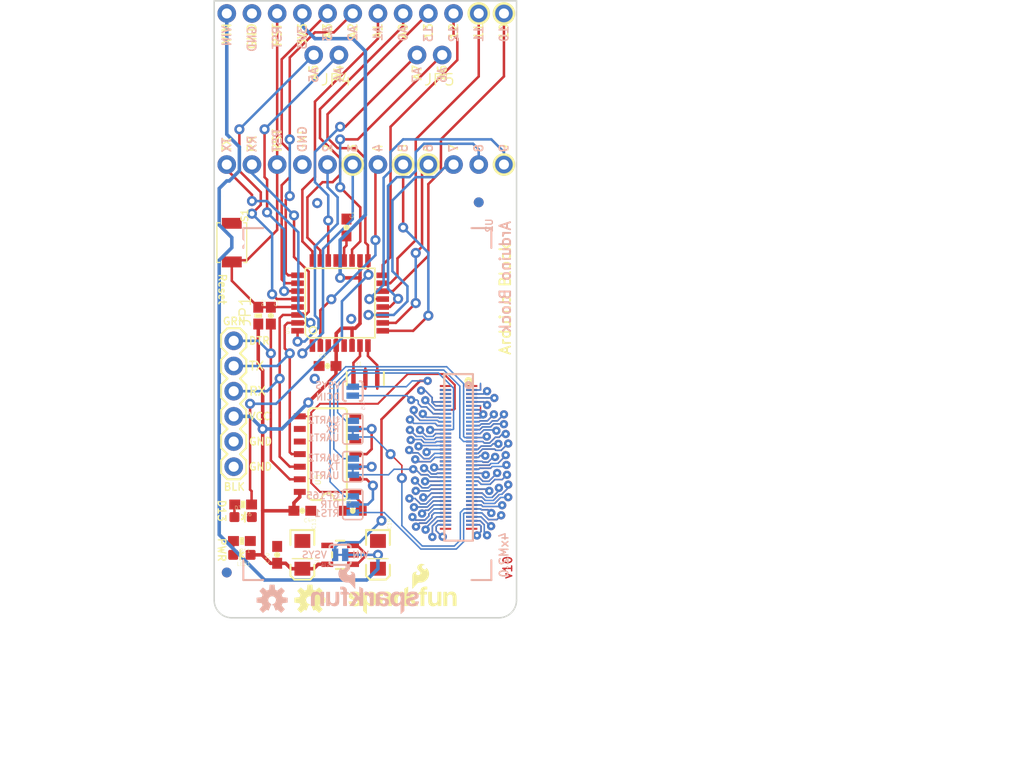
<source format=kicad_pcb>
(kicad_pcb (version 20211014) (generator pcbnew)
  (layers (0 "F.Cu" signal) (1 "In1.Cu" signal) (2 "In2.Cu" signal) (31 "B.Cu" signal) (34 "B.Paste" user) (35 "F.Paste" user) (36 "B.SilkS" user "B.Silkscreen") (37 "F.SilkS" user "F.Silkscreen") (38 "B.Mask" user) (39 "F.Mask" user) (44 "Edge.Cuts" user))
  (net 0 "")
  (net 1 "GND")
  (net 2 "VSYS")
  (net 3 "3.3V")
  (net 4 "GP183_PWM3")
  (net 5 "GP182_PWM2")
  (net 6 "GP13_PWM1")
  (net 7 "GP12_PWM0")
  (net 8 "GP14")
  (net 9 "GP15")
  (net 10 "GP49")
  (net 11 "GP48")
  (net 12 "GP47")
  (net 13 "GP46")
  (net 14 "GP45")
  (net 15 "GP165")
  (net 16 "GP44")
  (net 17 "PSW")
  (net 18 "FAULT")
  (net 19 "USB_VBUS")
  (net 20 "USB_DN")
  (net 21 "USB_DP")
  (net 22 "USB_ID")
  (net 23 "GP114_SPI_2_RXD")
  (net 24 "GP115_SPI_2_TXD")
  (net 25 "GP109_SPI_2_CLK")
  (net 26 "GP110_SPI_2_FS0")
  (net 27 "GP111_SPI_2_FS1")
  (net 28 "GP135_UART_2_TX")
  (net 29 "GP134_UART_2_RX")
  (net 30 "GP43_I2S_2_TXD")
  (net 31 "GP41_I2S_2_FS")
  (net 32 "GP40_I2S_2_CLK")
  (net 33 "GP42_I2S_2_RXD")
  (net 34 "GP28_I2C_6_SDA")
  (net 35 "GP27_I2C_6_SCL")
  (net 36 "GP20_I2C_1_SDA")
  (net 37 "GP19_I2C_1_SCL")
  (net 38 "GP131_UART_1_TX")
  (net 39 "GP130_UART_1_RX")
  (net 40 "GP129_UART_1_RTS")
  (net 41 "GP128_UART_1_CTS")
  (net 42 "GP84_SD_CLK_FB")
  (net 43 "GP78_SD_0_CLK")
  (net 44 "GP77_SD_0_CD#")
  (net 45 "GP79_SD_0_CMD")
  (net 46 "GP80_SD_0_DAT0")
  (net 47 "GP81_SD_0_DAT1")
  (net 48 "GP82_SD_0_DAT2")
  (net 49 "GP83_SD_0_DAT3")
  (net 50 "MSIC_SLP_CLK")
  (net 51 "RESET_OUT#")
  (net 52 "PWRBTN#")
  (net 53 "V_BAT_BKUP")
  (net 54 "1.8V")
  (net 55 "FW_RCVR")
  (net 56 "RCVR_MODE")
  (net 57 "OSC_CLK_OUT")
  (net 58 "AREF")
  (net 59 "RESET")
  (net 60 "SCK")
  (net 61 "MISO")
  (net 62 "MOSI")
  (net 63 "N$7")
  (net 64 "VCC")
  (net 65 "D9")
  (net 66 "D8")
  (net 67 "A5")
  (net 68 "A4")
  (net 69 "A3")
  (net 70 "A2")
  (net 71 "A1")
  (net 72 "A0")
  (net 73 "D2")
  (net 74 "D3")
  (net 75 "D4")
  (net 76 "D5")
  (net 77 "D6")
  (net 78 "D7")
  (net 79 "D10")
  (net 80 "N$1")
  (net 81 "N$2")
  (net 82 "A6")
  (net 83 "A7")
  (net 84 "N$4")
  (net 85 "ARD_RX")
  (net 86 "ARD_TX")
  (net 87 "VIN")
  (net 88 "ARD_DTR")
  (net 89 "ED_DTR")
  (net 90 "ED_TX")
  (net 91 "ED_RX")
  (net 92 "DCIN")
  (footprint "boardEagle:FIDUCIAL-1X2" (layer "F.Cu") (at 134.5311 131.5466)
    (fp_text reference "FID1" hide)
    (fp_text value "FIDUCIAL1X2" hide)
  )
  (footprint "boardEagle:0603-CAP" (layer "F.Cu") (at 146.5961 96.7486 -90)
    (fp_text reference "C1")
    (fp_text value "0.1uF")
  )
  (footprint "boardEagle:1X12_NO_SILK" (layer "F.Cu") (at 134.5311 75.1586)
    (fp_text reference "JP2" hide)
    (fp_text value "M12NO_SILK" hide)
  )
  (footprint "boardEagle:OSHW-LOGO-S" (layer "F.Cu") (at 142.9131 134.3406)
    (fp_text reference "LOGO1" hide)
    (fp_text value "OSHW-LOGOS" hide)
  )
  (footprint "boardEagle:0603-LED-ALT1" (layer "F.Cu") (at 136.1821 125.9586 -90)
    (fp_text reference "D3")
    (fp_text value "Green")
  )
  (footprint "boardEagle:SOT23-5" (layer "F.Cu") (at 145.9611 129.7686 90)
    (fp_text reference "U1")
    (fp_text value "MIC5205-3.3V (150mA)")
  )
  (footprint "boardEagle:1X02_NO_SILK" (layer "F.Cu") (at 145.8341 79.3496 180)
    (fp_text reference "JP4")
    (fp_text value "M021X02_NO_SILK")
  )
  (footprint "boardEagle:SFE_LOGO_NAME_FLAME_.1" (layer "F.Cu") (at 146.3675 135.8646)
    (fp_text reference "LOGO4" hide)
    (fp_text value "SFE_LOGO_NAME_FLAME.1_INCH" hide)
  )
  (footprint "boardEagle:CREATIVE_COMMONS" (layer "F.Cu") (at 131.9911 150.0886)
    (fp_text reference "FRAME2" hide)
    (fp_text value "FRAME-LETTER" hide)
  )
  (footprint "boardEagle:TACTILE_SWITCH-SMD-RIGHT-ANGLE" (layer "F.Cu") (at 135.0391 98.2726 -90)
    (fp_text reference "S1")
    (fp_text value "RESET" hide)
  )
  (footprint "boardEagle:CREATIVE_COMMONS" (layer "F.Cu") (at 131.9911 150.0886)
    (fp_text reference "FRAME1" hide)
    (fp_text value "FRAME-LETTER" hide)
  )
  (footprint "boardEagle:RESONATOR-SMD" (layer "F.Cu") (at 148.5011 111.9886)
    (fp_text reference "Y1")
    (fp_text value "8MHZ")
  )
  (footprint "" (layer "F.Cu") (at 161.8361 93.5736)
    (fp_text reference "@HOLE3" hide)
    (fp_text value "")
  )
  (footprint "boardEagle:1X02_NO_SILK" (layer "F.Cu") (at 156.2481 79.3496 180)
    (fp_text reference "JP5")
    (fp_text value "M021X02_NO_SILK")
  )
  (footprint "boardEagle:0603-LED-ALT1" (layer "F.Cu") (at 136.0551 129.7686 90)
    (fp_text reference "LED1")
    (fp_text value "Red")
  )
  (footprint "boardEagle:0603-RES" (layer "F.Cu") (at 136.0551 128.3716 180)
    (fp_text reference "R11")
    (fp_text value "10K")
  )
  (footprint "boardEagle:FIDUCIAL-1X2" (layer "F.Cu") (at 159.9311 94.2086)
    (fp_text reference "FID2" hide)
    (fp_text value "FIDUCIAL1X2" hide)
  )
  (footprint "boardEagle:0603-CAP" (layer "F.Cu") (at 138.9761 105.6386 -90)
    (fp_text reference "C2")
    (fp_text value "0.1uF")
  )
  (footprint "boardEagle:TQFP32-08" (layer "F.Cu") (at 145.9611 104.3686 90)
    (fp_text reference "U4")
    (fp_text value "ATMEGA328")
  )
  (footprint "" (layer "F.Cu") (at 135.1661 93.5736)
    (fp_text reference "@HOLE2" hide)
    (fp_text value "")
  )
  (footprint "boardEagle:SO14" (layer "F.Cu") (at 144.6911 119.6086 90)
    (fp_text reference "U5")
    (fp_text value "")
  )
  (footprint "boardEagle:1X12_NO_SILK" (layer "F.Cu") (at 134.5311 90.3986)
    (fp_text reference "JP3" hide)
    (fp_text value "M12NO_SILK" hide)
  )
  (footprint "boardEagle:EIA3216" (layer "F.Cu") (at 149.7711 129.7686 -90)
    (fp_text reference "C19")
    (fp_text value "10uF")
  )
  (footprint "boardEagle:0603-CAP" (layer "F.Cu") (at 142.1511 125.3236 180)
    (fp_text reference "C4")
    (fp_text value "0.1uF")
  )
  (footprint "boardEagle:0603-CAP" (layer "F.Cu") (at 139.6111 129.7686 90)
    (fp_text reference "C10")
    (fp_text value "0.1uF")
  )
  (footprint "" (layer "F.Cu") (at 161.8361 134.2136)
    (fp_text reference "@HOLE0" hide)
    (fp_text value "")
  )
  (footprint "boardEagle:0603-CAP" (layer "F.Cu") (at 147.2311 125.3236)
    (fp_text reference "C5")
    (fp_text value "0.1uF")
  )
  (footprint "" (layer "F.Cu") (at 135.1661 134.2136)
    (fp_text reference "@HOLE1" hide)
    (fp_text value "")
  )
  (footprint "boardEagle:1X06" (layer "F.Cu") (at 135.2296 108.1786 -90)
    (fp_text reference "JP1")
    (fp_text value "FTDI Basic")
  )
  (footprint "boardEagle:EIA3216" (layer "F.Cu") (at 142.1511 129.7686 -90)
    (fp_text reference "C13")
    (fp_text value "10uF")
  )
  (footprint "boardEagle:0603-RES" (layer "F.Cu") (at 136.1821 124.6886 180)
    (fp_text reference "R6")
    (fp_text value "330")
  )
  (footprint "boardEagle:0603-CAP" (layer "F.Cu") (at 144.6911 110.7186)
    (fp_text reference "C3")
    (fp_text value "0.1uF")
  )
  (footprint "boardEagle:0603-RES" (layer "F.Cu") (at 137.7061 105.6386 -90)
    (fp_text reference "R2")
    (fp_text value "10K")
  )
  (footprint "boardEagle:FIDUCIAL-1X2" (layer "B.Cu") (at 159.9311 94.2086 180)
    (fp_text reference "FID4" hide)
    (fp_text value "FIDUCIAL1X2" hide)
  )
  (footprint "boardEagle:DF40C-70DP-0.4(51)" (layer "B.Cu") (at 157.9011 119.9388 90)
    (fp_text reference "U3" hide)
    (fp_text value "EDISON_CONNECTOR_FULLHEADER" hide)
  )
  (footprint "boardEagle:PAD-JUMPER-3-2OF3_NC_BY_TRACE_YES_SILK_FULL_BOX" (layer "B.Cu") (at 147.2311 120.8786 -90)
    (fp_text reference "SJ1")
    (fp_text value "TX")
  )
  (footprint "boardEagle:PAD-JUMPER-3-2OF3_NC_BY_TRACE_YES_SILK_FULL_BOX" (layer "B.Cu") (at 147.2311 117.0686 -90)
    (fp_text reference "SJ2")
    (fp_text value "RX")
  )
  (footprint "boardEagle:FIDUCIAL-1X2" (layer "B.Cu") (at 134.5311 131.5466 180)
    (fp_text reference "FID3" hide)
    (fp_text value "FIDUCIAL1X2" hide)
  )
  (footprint "boardEagle:SFE_LOGO_NAME_FLAME_.1" (layer "B.Cu") (at 154.3431 135.8646 180)
    (fp_text reference "LOGO3" hide)
    (fp_text value "SFE_LOGO_NAME_FLAME.1_INCH" hide)
  )
  (footprint "boardEagle:PAD-JUMPER-2-NC_BY_TRACE_YES_SILK" (layer "B.Cu") (at 145.9611 129.7686)
    (fp_text reference "SJ4")
    (fp_text value "VIN")
  )
  (footprint "boardEagle:EDISON_DAUGHTER" (layer "B.Cu") (at 161.2011 132.3086 180)
    (fp_text reference "U2")
    (fp_text value "EDISON_CONNECTOR_FULLMOUNTING_HOLES" hide)
  )
  (footprint "boardEagle:PAD-JUMPER-3-2OF3_NC_BY_TRACE_YES_SILK_FULL_BOX" (layer "B.Cu") (at 147.2311 124.6886 -90)
    (fp_text reference "SJ3")
    (fp_text value "TX")
  )
  (footprint "boardEagle:OSHW-LOGO-S" (layer "B.Cu") (at 139.1031 134.3406 180)
    (fp_text reference "LOGO2" hide)
    (fp_text value "OSHW-LOGOS" hide)
  )
  (footprint "boardEagle:PAD-JUMPER-2-NO_YES_SILK" (layer "B.Cu") (at 147.2311 113.2586 90)
    (fp_text reference "SJ5")
    (fp_text value "DCIN")
  )
  (gr_circle (center 162.4711 75.1586) (end 163.4871 75.1586) (layer "F.SilkS") (width 0.254) (fill none))
  (gr_circle (center 147.2311 90.3986) (end 148.2471 90.3986) (layer "F.SilkS") (width 0.254) (fill none))
  (gr_circle (center 152.3111 90.3986) (end 153.3271 90.3986) (layer "F.SilkS") (width 0.254) (fill none))
  (gr_circle (center 154.8511 90.3986) (end 155.8671 90.3986) (layer "F.SilkS") (width 0.254) (fill none))
  (gr_circle (center 162.4711 90.3986) (end 163.4871 90.3986) (layer "F.SilkS") (width 0.254) (fill none))
  (gr_circle (center 159.9311 75.1586) (end 160.9471 75.1586) (layer "F.SilkS") (width 0.254) (fill none))
  (gr_arc (start 163.7411 134.3406) (mid 163.220336 135.597836) (end 161.9631 136.1186) (layer "Edge.Cuts") (width 0.1524))
  (gr_arc (start 135.0391 136.1186) (mid 133.781864 135.597836) (end 133.2611 134.3406) (layer "Edge.Cuts") (width 0.1524))
  (gr_line (start 133.2611 73.8886) (end 163.7411 73.8886) (layer "Edge.Cuts") (width 0.1524))
  (gr_line (start 163.7411 73.8886) (end 163.7411 134.3406) (layer "Edge.Cuts") (width 0.1524))
  (gr_line (start 133.2611 134.3406) (end 133.2611 73.8886) (layer "Edge.Cuts") (width 0.1524))
  (gr_line (start 161.9631 136.1186) (end 135.0391 136.1186) (layer "Edge.Cuts") (width 0.1524))
  (gr_text "v10" (at 163.3601 132.3086 90) (layer "F.Cu") (effects (font (size 0.87376 0.87376) (thickness 0.14224)) (justify left bottom)))
  (gr_text "A2" (at 147.2311 76.3016 -270) (layer "B.SilkS") (effects (font (size 0.8636 0.8636) (thickness 0.1524)) (justify left mirror)))
  (gr_text "A1" (at 149.7711 76.3016 -270) (layer "B.SilkS") (effects (font (size 0.8636 0.8636) (thickness 0.1524)) (justify left mirror)))
  (gr_text "A0" (at 152.3111 76.3016 -270) (layer "B.SilkS") (effects (font (size 0.8636 0.8636) (thickness 0.1524)) (justify left mirror)))
  (gr_text "UART1" (at 145.9611 117.9576) (layer "B.SilkS") (effects (font (size 0.69088 0.69088) (thickness 0.12192)) (justify left mirror)))
  (gr_text "3" (at 147.2311 89.2556 -270) (layer "B.SilkS") (effects (font (size 0.8636 0.8636) (thickness 0.1524)) (justify right mirror)))
  (gr_text "VSYS" (at 146.0373 112.6744) (layer "B.SilkS") (effects (font (size 0.69088 0.69088) (thickness 0.12192)) (justify left mirror)))
  (gr_text "A5" (at 143.2941 80.4926 -270) (layer "B.SilkS") (effects (font (size 0.8636 0.8636) (thickness 0.1524)) (justify left mirror)))
  (gr_text "7" (at 157.3911 89.2556 -270) (layer "B.SilkS") (effects (font (size 0.8636 0.8636) (thickness 0.1524)) (justify right mirror)))
  (gr_text "4xM2.0" (at 162.4711 129.7686 -270) (layer "B.SilkS") (effects (font (size 0.8636 0.8636) (thickness 0.1524)) (justify mirror)))
  (gr_text "Arduino Block" (at 163.2331 95.9866 -270) (layer "B.SilkS") (effects (font (size 1.0795 1.0795) (thickness 0.1905)) (justify left bottom mirror)))
  (gr_text "DTR" (at 145.9611 124.6886) (layer "B.SilkS") (effects (font (size 0.69088 0.69088) (thickness 0.12192)) (justify left mirror)))
  (gr_text "A4" (at 145.8341 80.4926 -270) (layer "B.SilkS") (effects (font (size 0.8636 0.8636) (thickness 0.1524)) (justify left mirror)))
  (gr_text "GP165" (at 145.9611 123.7996) (layer "B.SilkS") (effects (font (size 0.69088 0.69088) (thickness 0.12192)) (justify left mirror)))
  (gr_text "VIN" (at 134.5311 76.3016 -270) (layer "B.SilkS") (effects (font (size 0.8636 0.8636) (thickness 0.1524)) (justify left mirror)))
  (gr_text "A3" (at 144.6911 76.3016 -270) (layer "B.SilkS") (effects (font (size 0.8636 0.8636) (thickness 0.1524)) (justify left mirror)))
  (gr_text "TX" (at 145.9611 120.8786) (layer "B.SilkS") (effects (font (size 0.69088 0.69088) (thickness 0.12192)) (justify left mirror)))
  (gr_text "3V3" (at 142.1511 76.3016 -270) (layer "B.SilkS") (effects (font (size 0.8636 0.8636) (thickness 0.1524)) (justify left mirror)))
  (gr_text "9" (at 162.4711 89.2556 -270) (layer "B.SilkS") (effects (font (size 0.8636 0.8636) (thickness 0.1524)) (justify right mirror)))
  (gr_text "VSYS" (at 144.6911 129.7686) (layer "B.SilkS") (effects (font (size 0.69088 0.69088) (thickness 0.12192)) (justify left mirror)))
  (gr_text "RX" (at 145.9611 117.0686) (layer "B.SilkS") (effects (font (size 0.69088 0.69088) (thickness 0.12192)) (justify left mirror)))
  (gr_text "RTS1" (at 145.9611 125.5776) (layer "B.SilkS") (effects (font (size 0.69088 0.69088) (thickness 0.12192)) (justify left mirror)))
  (gr_text "RST" (at 139.6111 89.2556 -270) (layer "B.SilkS") (effects (font (size 0.8636 0.8636) (thickness 0.1524)) (justify right mirror)))
  (gr_text "4" (at 149.7711 89.2556 -270) (layer "B.SilkS") (effects (font (size 0.8636 0.8636) (thickness 0.1524)) (justify right mirror)))
  (gr_text "5" (at 152.3111 89.2556 -270) (layer "B.SilkS") (effects (font (size 0.8636 0.8636) (thickness 0.1524)) (justify right mirror)))
  (gr_text "TX" (at 134.5311 89.2556 -270) (layer "B.SilkS") (effects (font (size 0.8636 0.8636) (thickness 0.1524)) (justify right mirror)))
  (gr_text "GND" (at 137.0711 76.3016 -270) (layer "B.SilkS") (effects (font (size 0.8636 0.8636) (thickness 0.1524)) (justify left mirror)))
  (gr_text "DCIN" (at 146.0373 113.8428) (layer "B.SilkS") (effects (font (size 0.69088 0.69088) (thickness 0.12192)) (justify left mirror)))
  (gr_text "A6" (at 156.2481 80.4926 -270) (layer "B.SilkS") (effects (font (size 0.8636 0.8636) (thickness 0.1524)) (justify left mirror)))
  (gr_text "RX" (at 137.0711 89.2556 -270) (layer "B.SilkS") (effects (font (size 0.8636 0.8636) (thickness 0.1524)) (justify right mirror)))
  (gr_text "RST" (at 139.6111 76.3016 -270) (layer "B.SilkS") (effects (font (size 0.8636 0.8636) (thickness 0.1524)) (justify left mirror)))
  (gr_text "11" (at 159.9311 76.3016 -270) (layer "B.SilkS") (effects (font (size 0.8636 0.8636) (thickness 0.1524)) (justify left mirror)))
  (gr_text "10" (at 162.4711 76.3016 -270) (layer "B.SilkS") (effects (font (size 0.8636 0.8636) (thickness 0.1524)) (justify left mirror)))
  (gr_text "UART1" (at 145.9611 121.7676) (layer "B.SilkS") (effects (font (size 0.69088 0.69088) (thickness 0.12192)) (justify left mirror)))
  (gr_text "6" (at 154.8511 89.2556 -270) (layer "B.SilkS") (effects (font (size 0.8636 0.8636) (thickness 0.1524)) (justify right mirror)))
  (gr_text "VIN" (at 147.1041 129.7686) (layer "B.SilkS") (effects (font (size 0.69088 0.69088) (thickness 0.12192)) (justify right mirror)))
  (gr_text "UART2" (at 145.9611 116.1796) (layer "B.SilkS") (effects (font (size 0.69088 0.69088) (thickness 0.12192)) (justify left mirror)))
  (gr_text "A7" (at 153.7081 80.4926 -270) (layer "B.SilkS") (effects (font (size 0.8636 0.8636) (thickness 0.1524)) (justify left mirror)))
  (gr_text "12" (at 157.3911 76.3016 -270) (layer "B.SilkS") (effects (font (size 0.8636 0.8636) (thickness 0.1524)) (justify left mirror)))
  (gr_text "UART2" (at 145.9611 119.9896) (layer "B.SilkS") (effects (font (size 0.69088 0.69088) (thickness 0.12192)) (justify left mirror)))
  (gr_text "GND" (at 142.1511 89.2556 -270) (layer "B.SilkS") (effects (font (size 0.8636 0.8636) (thickness 0.1524)) (justify right mirror)))
  (gr_text "13" (at 154.8511 76.3016 -270) (layer "B.SilkS") (effects (font (size 0.8636 0.8636) (thickness 0.1524)) (justify left mirror)))
  (gr_text "8" (at 159.9311 89.2556 -270) (layer "B.SilkS") (effects (font (size 0.8636 0.8636) (thickness 0.1524)) (justify right mirror)))
  (gr_text "2" (at 144.6911 89.2556 -270) (layer "B.SilkS") (effects (font (size 0.8636 0.8636) (thickness 0.1524)) (justify right mirror)))
  (gr_text "A0" (at 152.3111 76.0476 90) (layer "F.SilkS") (effects (font (size 0.8636 0.8636) (thickness 0.1524)) (justify right)))
  (gr_text "A5" (at 143.2941 80.2386 90) (layer "F.SilkS") (effects (font (size 0.8636 0.8636) (thickness 0.1524)) (justify right)))
  (gr_text "DTR" (at 136.6901 108.1786) (layer "F.SilkS") (effects (font (size 0.75565 0.75565) (thickness 0.13335)) (justify left)))
  (gr_text "13" (at 154.8511 76.0476 90) (layer "F.SilkS") (effects (font (size 0.8636 0.8636) (thickness 0.1524)) (justify right)))
  (gr_text "TX" (at 134.5311 89.2556 90) (layer "F.SilkS") (effects (font (size 0.8636 0.8636) (thickness 0.1524)) (justify left)))
  (gr_text "RST" (at 139.6111 89.2556 90) (layer "F.SilkS") (effects (font (size 0.8636 0.8636) (thickness 0.1524)) (justify left)))
  (gr_text "GND" (at 137.0711 76.0476 90) (layer "F.SilkS") (effects (font (size 0.8636 0.8636) (thickness 0.1524)) (justify right)))
  (gr_text "RX" (at 137.0711 89.2556 90) (layer "F.SilkS") (effects (font (size 0.8636 0.8636) (thickness 0.1524)) (justify left)))
  (gr_text "4" (at 149.7711 89.2556 90) (layer "F.SilkS") (effects (font (size 0.8636 0.8636) (thickness 0.1524)) (justify left)))
  (gr_text "A6" (at 156.2481 80.2386 90) (layer "F.SilkS") (effects (font (size 0.8636 0.8636) (thickness 0.1524)) (justify right)))
  (gr_text "5" (at 152.3111 89.2556 90) (layer "F.SilkS") (effects (font (size 0.8636 0.8636) (thickness 0.1524)) (justify left)))
  (gr_text "7" (at 157.3911 89.2556 90) (layer "F.SilkS") (effects (font (size 0.8636 0.8636) (thickness 0.1524)) (justify left)))
  (gr_text "GND" (at 142.1511 89.2556 90) (layer "F.SilkS") (effects (font (size 0.8636 0.8636) (thickness 0.1524)) (justify left)))
  (gr_text "12" (at 157.3911 76.0476 90) (layer "F.SilkS") (effects (font (size 0.8636 0.8636) (thickness 0.1524)) (justify right)))
  (gr_text "D13" (at 134.0231 125.3236 270) (layer "F.SilkS") (effects (font (size 0.75565 0.75565) (thickness 0.13335))))
  (gr_text "A7" (at 153.7081 80.2386 90) (layer "F.SilkS") (effects (font (size 0.8636 0.8636) (thickness 0.1524)) (justify right)))
  (gr_text "Reset" (at 134.5311 102.9716 270) (layer "F.SilkS") (effects (font (size 0.75565 0.75565) (thickness 0.13335)) (justify top)))
  (gr_text "RX" (at 136.6901 113.2586) (layer "F.SilkS") (effects (font (size 0.8636 0.8636) (thickness 0.1524)) (justify left)))
  (gr_text "2" (at 144.6911 89.2556 90) (layer "F.SilkS") (effects (font (size 0.8636 0.8636) (thickness 0.1524)) (justify left)))
  (gr_text "10" (at 162.4711 76.0476 90) (layer "F.SilkS") (effects (font (size 0.8636 0.8636) (thickness 0.1524)) (justify right)))
  (gr_text "TX" (at 136.6901 110.7186) (layer "F.SilkS") (effects (font (size 0.8636 0.8636) (thickness 0.1524)) (justify left)))
  (gr_text "8" (at 159.9311 89.2556 90) (layer "F.SilkS") (effects (font (size 0.8636 0.8636) (thickness 0.1524)) (justify left)))
  (gr_text "3" (at 147.2311 89.2556 90) (layer "F.SilkS") (effects (font (size 0.8636 0.8636) (thickness 0.1524)) (justify left)))
  (gr_text "RST" (at 139.6111 76.0476 90) (layer "F.SilkS") (effects (font (size 0.8636 0.8636) (thickness 0.1524)) (justify right)))
  (gr_text "VIN" (at 134.5311 76.0476 90) (layer "F.SilkS") (effects (font (size 0.8636 0.8636) (thickness 0.1524)) (justify right)))
  (gr_text "9" (at 162.4711 89.2556 90) (layer "F.SilkS") (effects (font (size 0.8636 0.8636) (thickness 0.1524)) (justify left)))
  (gr_text "GRN" (at 135.2931 106.6546) (layer "F.SilkS") (effects (font (size 0.75565 0.75565) (thickness 0.13335)) (justify bottom)))
  (gr_text "A2" (at 147.2311 76.0476 90) (layer "F.SilkS") (effects (font (size 0.8636 0.8636) (thickness 0.1524)) (justify right)))
  (gr_text "11" (at 159.9311 76.0476 90) (layer "F.SilkS") (effects (font (size 0.8636 0.8636) (thickness 0.1524)) (justify right)))
  (gr_text "BLK" (at 135.2931 122.4661) (layer "F.SilkS") (effects (font (size 0.75565 0.75565) (thickness 0.13335)) (justify top)))
  (gr_text "A4" (at 145.8341 80.2386 90) (layer "F.SilkS") (effects (font (size 0.8636 0.8636) (thickness 0.1524)) (justify right)))
  (gr_text "Arduino Block" (at 163.2331 109.7026 90) (layer "F.SilkS") (effects (font (size 1.0795 1.0795) (thickness 0.1905)) (justify left bottom)))
  (gr_text "A3" (at 144.6911 76.0476 90) (layer "F.SilkS") (effects (font (size 0.8636 0.8636) (thickness 0.1524)) (justify right)))
  (gr_text "GND" (at 136.6901 120.8786) (layer "F.SilkS") (effects (font (size 0.75565 0.75565) (thickness 0.13335)) (justify left)))
  (gr_text "3V3" (at 142.1511 76.0476 90) (layer "F.SilkS") (effects (font (size 0.8636 0.8636) (thickness 0.1524)) (justify right)))
  (gr_text "GND" (at 136.6901 118.3386) (layer "F.SilkS") (effects (font (size 0.75565 0.75565) (thickness 0.13335)) (justify left)))
  (gr_text "PWR" (at 134.0231 129.2606 270) (layer "F.SilkS") (effects (font (size 0.75565 0.75565) (thickness 0.13335))))
  (gr_text "VCC" (at 136.6901 115.7986) (layer "F.SilkS") (effects (font (size 0.75565 0.75565) (thickness 0.13335)) (justify left)))
  (gr_text "A1" (at 149.7711 76.0476 90) (layer "F.SilkS") (effects (font (size 0.8636 0.8636) (thickness 0.1524)) (justify right)))
  (gr_text "6" (at 154.8511 89.2556 90) (layer "F.SilkS") (effects (font (size 0.8636 0.8636) (thickness 0.1524)) (justify left)))
  (segment (start 159.2211 113.9388) (end 161.5059 113.9388) (width 0.1524) (layer "F.Cu") (net 1))
  (segment (start 159.2211 113.1388) (end 160.1089 113.1388) (width 0.1524) (layer "F.Cu") (net 1))
  (segment (start 159.2211 115.1388) (end 160.1089 115.1388) (width 0.1524) (layer "F.Cu") (net 1))
  (segment (start 160.1089 115.9388) (end 159.2211 115.9388) (width 0.1524) (layer "F.Cu") (net 1))
  (segment (start 160.1089 113.1388) (end 160.1089 112.5982) (width 0.1524) (layer "F.Cu") (net 1))
  (segment (start 160.1089 114.7388) (end 160.1089 115.1388) (width 0.1524) (layer "F.Cu") (net 1))
  (segment (start 160.1089 115.5388) (end 160.1089 115.9388) (width 0.1524) (layer "F.Cu") (net 1))
  (segment (start 160.1089 115.1388) (end 160.1089 115.5388) (width 0.1524) (layer "F.Cu") (net 1))
  (segment (start 159.2211 115.5388) (end 160.1089 115.5388) (width 0.1524) (layer "F.Cu") (net 1))
  (segment (start 161.5059 113.9388) (end 161.5059 113.9444) (width 0.1524) (layer "F.Cu") (net 1))
  (segment (start 159.2211 114.7388) (end 160.1089 114.7388) (width 0.1524) (layer "F.Cu") (net 1))
  (via (at 160.3883 115.5954) (size 0.8382) (drill 0.3302) (layers "F.Cu" "B.Cu") (net 1))
  (via (at 147.0787 105.9688) (size 1.016) (drill 0.508) (layers "F.Cu" "B.Cu") (net 1))
  (via (at 161.5059 113.9444) (size 0.8382) (drill 0.3302) (layers "F.Cu" "B.Cu") (net 1))
  (via (at 143.3957 112.0013) (size 1.016) (drill 0.508) (layers "F.Cu" "B.Cu") (net 1))
  (via (at 143.6497 94.2848) (size 1.016) (drill 0.508) (layers "F.Cu" "B.Cu") (net 1))
  (segment (start 159.2211 113.1386) (end 160.1089 113.1386) (width 0.1524) (layer "B.Cu") (net 1))
  (segment (start 159.2211 115.5388) (end 159.2211 115.5386) (width 0.1524) (layer "B.Cu") (net 1))
  (segment (start 160.1089 113.1386) (end 160.1089 112.4712) (width 0.1524) (layer "B.Cu") (net 1))
  (segment (start 160.3883 115.9388) (end 160.3883 115.5954) (width 0.1524) (layer "B.Cu") (net 1))
  (segment (start 159.2211 114.7388) (end 160.1089 114.7388) (width 0.1524) (layer "B.Cu") (net 1))
  (segment (start 159.2211 115.9388) (end 159.2211 115.9386) (width 0.1524) (layer "B.Cu") (net 1))
  (segment (start 161.5059 113.9386) (end 161.5059 113.9388) (width 0.1524) (layer "B.Cu") (net 1))
  (segment (start 159.2211 114.7386) (end 159.2211 114.7388) (width 0.1524) (layer "B.Cu") (net 1))
  (segment (start 159.2211 115.1386) (end 159.2211 115.1388) (width 0.1524) (layer "B.Cu") (net 1))
  (segment (start 159.2211 115.5388) (end 160.1089 115.5388) (width 0.1524) (layer "B.Cu") (net 1))
  (segment (start 159.2211 113.9386) (end 161.5059 113.9386) (width 0.1524) (layer "B.Cu") (net 1))
  (segment (start 159.2211 115.1388) (end 160.1089 115.1388) (width 0.1524) (layer "B.Cu") (net 1))
  (segment (start 160.3883 115.9388) (end 159.2211 115.9388) (width 0.1524) (layer "B.Cu") (net 1))
  (segment (start 150.1267 116.1034) (end 154.0123 112.2178) (width 0.254) (layer "F.Cu") (net 2))
  (segment (start 154.0123 112.2178) (end 154.7823 112.2178) (width 0.254) (layer "F.Cu") (net 2))
  (segment (start 150.1267 116.1034) (end 150.1267 126.3142) (width 0.254) (layer "F.Cu") (net 2))
  (via (at 154.7823 112.2178) (size 0.8382) (drill 0.3302) (layers "F.Cu" "B.Cu") (net 2))
  (via (at 150.1267 126.3142) (size 1.016) (drill 0.508) (layers "F.Cu" "B.Cu") (net 2))
  (segment (start 152.6341 112.8086) (end 153.2249 112.2178) (width 0.1524) (layer "B.Cu") (net 2))
  (segment (start 147.2311 112.8086) (end 152.6341 112.8086) (width 0.1524) (layer "B.Cu") (net 2))
  (segment (start 147.9423 128.4986) (end 150.1267 126.3142) (width 0.254) (layer "B.Cu") (net 2))
  (segment (start 153.2249 112.2178) (end 154.7823 112.2178) (width 0.1524) (layer "B.Cu") (net 2))
  (segment (start 145.4531 129.0066) (end 145.9611 128.4986) (width 0.254) (layer "B.Cu") (net 2))
  (segment (start 145.9611 128.4986) (end 147.9423 128.4986) (width 0.254) (layer "B.Cu") (net 2))
  (segment (start 145.4531 129.7686) (end 145.4531 129.0066) (width 0.254) (layer "B.Cu") (net 2))
  (segment (start 155.5693 114.7388) (end 155.2321 114.4016) (width 0.1524) (layer "F.Cu") (net 3))
  (segment (start 155.2321 113.8936) (end 154.5309 113.1924) (width 0.1524) (layer "F.Cu") (net 3))
  (segment (start 156.5811 114.3388) (end 155.2455 114.3388) (width 0.1524) (layer "F.Cu") (net 3))
  (segment (start 154.5309 113.1924) (end 154.1219 113.1924) (width 0.1524) (layer "F.Cu") (net 3))
  (segment (start 156.5811 114.7388) (end 155.5693 114.7388) (width 0.1524) (layer "F.Cu") (net 3))
  (segment (start 155.2321 114.4016) (end 155.2321 114.3254) (width 0.1524) (layer "F.Cu") (net 3))
  (segment (start 155.2455 114.3388) (end 155.2321 114.3254) (width 0.1524) (layer "F.Cu") (net 3))
  (segment (start 155.2321 114.3254) (end 155.2321 113.8936) (width 0.1524) (layer "F.Cu") (net 3))
  (via (at 154.1219 113.1924) (size 0.8382) (drill 0.3302) (layers "F.Cu" "B.Cu") (net 3))
  (segment (start 155.5693 114.7388) (end 155.2321 114.4016) (width 0.1524) (layer "B.Cu") (net 3))
  (segment (start 156.5811 114.7386) (end 156.5811 114.7388) (width 0.1524) (layer "B.Cu") (net 3))
  (segment (start 155.2321 114.3381) (end 155.2321 113.8936) (width 0.1524) (layer "B.Cu") (net 3))
  (segment (start 155.2321 113.8936) (end 154.5309 113.1924) (width 0.1524) (layer "B.Cu") (net 3))
  (segment (start 155.2326 114.3386) (end 155.2321 114.3381) (width 0.1524) (layer "B.Cu") (net 3))
  (segment (start 156.5811 114.3386) (end 155.2326 114.3386) (width 0.1524) (layer "B.Cu") (net 3))
  (segment (start 154.1219 113.1924) (end 154.5309 113.1924) (width 0.1524) (layer "B.Cu") (net 3))
  (segment (start 155.2321 114.3381) (end 155.2321 114.4016) (width 0.1524) (layer "B.Cu") (net 3))
  (segment (start 156.5811 114.7388) (end 155.5693 114.7388) (width 0.1524) (layer "B.Cu") (net 3))
  (segment (start 161.8615 120.5484) (end 161.1757 120.5484) (width 0.1524) (layer "F.Cu") (net 4))
  (segment (start 160.9979 120.7262) (end 159.8803 120.7262) (width 0.1524) (layer "F.Cu") (net 4))
  (segment (start 159.8677 120.7388) (end 159.2211 120.7388) (width 0.1524) (layer "F.Cu") (net 4))
  (segment (start 161.1757 120.5484) (end 160.9979 120.7262) (width 0.1524) (layer "F.Cu") (net 4))
  (segment (start 159.8803 120.7262) (end 159.8677 120.7388) (width 0.1524) (layer "F.Cu") (net 4))
  (segment (start 162.6489 119.7102) (end 162.6489 119.761) (width 0.1524) (layer "F.Cu") (net 4))
  (segment (start 162.6489 119.761) (end 161.8615 120.5484) (width 0.1524) (layer "F.Cu") (net 4))
  (via (at 162.6489 119.7102) (size 0.8382) (drill 0.3302) (layers "F.Cu" "B.Cu") (net 4))
  (segment (start 160.9979 120.7262) (end 161.1757 120.5484) (width 0.1524) (layer "B.Cu") (net 4))
  (segment (start 159.8803 120.7262) (end 160.9979 120.7262) (width 0.1524) (layer "B.Cu") (net 4))
  (segment (start 161.1757 120.5484) (end 161.8615 120.5484) (width 0.1524) (layer "B.Cu") (net 4))
  (segment (start 159.8679 120.7386) (end 159.8803 120.7262) (width 0.1524) (layer "B.Cu") (net 4))
  (segment (start 159.2211 120.7386) (end 159.8679 120.7386) (width 0.1524) (layer "B.Cu") (net 4))
  (segment (start 161.8615 120.5484) (end 162.6489 119.761) (width 0.1524) (layer "B.Cu") (net 4))
  (segment (start 162.6489 119.761) (end 162.6489 119.7102) (width 0.1524) (layer "B.Cu") (net 4))
  (segment (start 160.2803 120.3388) (end 160.3629 120.4214) (width 0.1524) (layer "F.Cu") (net 5))
  (segment (start 160.8709 120.4214) (end 161.4043 119.888) (width 0.1524) (layer "F.Cu") (net 5))
  (segment (start 160.3629 120.4214) (end 160.8709 120.4214) (width 0.1524) (layer "F.Cu") (net 5))
  (segment (start 161.4043 119.888) (end 161.5821 119.888) (width 0.1524) (layer "F.Cu") (net 5))
  (segment (start 159.2211 120.3388) (end 160.2803 120.3388) (width 0.1524) (layer "F.Cu") (net 5))
  (via (at 161.5821 119.888) (size 0.8382) (drill 0.3302) (layers "F.Cu" "B.Cu") (net 5))
  (segment (start 160.8709 120.4214) (end 160.3629 120.4214) (width 0.1524) (layer "B.Cu") (net 5))
  (segment (start 161.5821 119.888) (end 161.4043 119.888) (width 0.1524) (layer "B.Cu") (net 5))
  (segment (start 160.3629 120.4214) (end 160.2801 120.3386) (width 0.1524) (layer "B.Cu") (net 5))
  (segment (start 161.4043 119.888) (end 160.8709 120.4214) (width 0.1524) (layer "B.Cu") (net 5))
  (segment (start 160.2801 120.3386) (end 159.2211 120.3386) (width 0.1524) (layer "B.Cu") (net 5))
  (segment (start 159.8739 119.5388) (end 159.2211 119.5388) (width 0.1524) (layer "F.Cu") (net 6))
  (segment (start 162.1917 119.2276) (end 161.6583 119.2276) (width 0.1524) (layer "F.Cu") (net 6))
  (segment (start 161.6583 119.2276) (end 161.5313 119.1006) (width 0.1524) (layer "F.Cu") (net 6))
  (segment (start 161.5313 119.1006) (end 160.3121 119.1006) (width 0.1524) (layer "F.Cu") (net 6))
  (segment (start 162.8775 118.5418) (end 162.1917 119.2276) (width 0.1524) (layer "F.Cu") (net 6))
  (segment (start 160.3121 119.1006) (end 159.8739 119.5388) (width 0.1524) (layer "F.Cu") (net 6))
  (segment (start 162.9029 118.5418) (end 162.8775 118.5418) (width 0.1524) (layer "F.Cu") (net 6))
  (via (at 162.9029 118.5418) (size 0.8382) (drill 0.3302) (layers "F.Cu" "B.Cu") (net 6))
  (segment (start 159.2211 119.5386) (end 159.8741 119.5386) (width 0.1524) (layer "B.Cu") (net 6))
  (segment (start 160.3121 119.1006) (end 161.5313 119.1006) (width 0.1524) (layer "B.Cu") (net 6))
  (segment (start 162.8775 118.5418) (end 162.9029 118.5418) (width 0.1524) (layer "B.Cu") (net 6))
  (segment (start 161.5313 119.1006) (end 161.6583 119.2276) (width 0.1524) (layer "B.Cu") (net 6))
  (segment (start 162.1917 119.2276) (end 162.8775 118.5418) (width 0.1524) (layer "B.Cu") (net 6))
  (segment (start 161.6583 119.2276) (end 162.1917 119.2276) (width 0.1524) (layer "B.Cu") (net 6))
  (segment (start 159.8741 119.5386) (end 160.3121 119.1006) (width 0.1524) (layer "B.Cu") (net 6))
  (segment (start 159.9057 119.9388) (end 160.0835 119.761) (width 0.1524) (layer "F.Cu") (net 7))
  (segment (start 159.2211 119.9388) (end 159.9057 119.9388) (width 0.1524) (layer "F.Cu") (net 7))
  (segment (start 160.0835 119.761) (end 160.5915 119.761) (width 0.1524) (layer "F.Cu") (net 7))
  (via (at 160.5915 119.761) (size 0.8382) (drill 0.3302) (layers "F.Cu" "B.Cu") (net 7))
  (segment (start 159.9057 119.9388) (end 159.2213 119.9388) (width 0.1524) (layer "B.Cu") (net 7))
  (segment (start 160.0835 119.761) (end 159.9057 119.9388) (width 0.1524) (layer "B.Cu") (net 7))
  (segment (start 159.2213 119.9388) (end 159.2211 119.9386) (width 0.1524) (layer "B.Cu") (net 7))
  (segment (start 160.5915 119.761) (end 160.0835 119.761) (width 0.1524) (layer "B.Cu") (net 7))
  (segment (start 154.5339 122.3388) (end 156.5811 122.3388) (width 0.1524) (layer "F.Cu") (net 8))
  (segment (start 154.5209 122.3518) (end 154.5339 122.3388) (width 0.1524) (layer "F.Cu") (net 8))
  (via (at 154.5209 122.3518) (size 0.8382) (drill 0.3302) (layers "F.Cu" "B.Cu") (net 8))
  (segment (start 154.5341 122.3386) (end 154.5209 122.3518) (width 0.1524) (layer "B.Cu") (net 8))
  (segment (start 156.5811 122.3386) (end 154.5341 122.3386) (width 0.1524) (layer "B.Cu") (net 8))
  (segment (start 156.5811 121.1388) (end 155.6193 121.1388) (width 0.1524) (layer "F.Cu") (net 9))
  (segment (start 155.6193 121.1388) (end 155.4353 120.9548) (width 0.1524) (layer "F.Cu") (net 9))
  (via (at 155.4353 120.9548) (size 0.8382) (drill 0.3302) (layers "F.Cu" "B.Cu") (net 9))
  (segment (start 155.4353 120.9548) (end 155.6191 121.1386) (width 0.1524) (layer "B.Cu") (net 9))
  (segment (start 155.6191 121.1386) (end 156.5811 121.1386) (width 0.1524) (layer "B.Cu") (net 9))
  (segment (start 154.3939 120.0658) (end 153.8097 119.4816) (width 0.1524) (layer "F.Cu") (net 10))
  (segment (start 153.8097 119.4816) (end 153.2001 119.4816) (width 0.1524) (layer "F.Cu") (net 10))
  (segment (start 156.5811 119.5388) (end 155.4797 119.5388) (width 0.1524) (layer "F.Cu") (net 10))
  (segment (start 153.2001 119.4816) (end 152.9207 119.2022) (width 0.1524) (layer "F.Cu") (net 10))
  (segment (start 154.9527 120.0658) (end 154.3939 120.0658) (width 0.1524) (layer "F.Cu") (net 10))
  (segment (start 155.4797 119.5388) (end 154.9527 120.0658) (width 0.1524) (layer "F.Cu") (net 10))
  (via (at 152.9207 119.2022) (size 0.8382) (drill 0.3302) (layers "F.Cu" "B.Cu") (net 10))
  (segment (start 155.4799 119.5386) (end 156.5811 119.5386) (width 0.1524) (layer "B.Cu") (net 10))
  (segment (start 154.3939 120.0658) (end 154.9527 120.0658) (width 0.1524) (layer "B.Cu") (net 10))
  (segment (start 153.8097 119.4816) (end 154.3939 120.0658) (width 0.1524) (layer "B.Cu") (net 10))
  (segment (start 154.9527 120.0658) (end 155.4799 119.5386) (width 0.1524) (layer "B.Cu") (net 10))
  (segment (start 152.9207 119.2022) (end 153.2001 119.4816) (width 0.1524) (layer "B.Cu") (net 10))
  (segment (start 153.2001 119.4816) (end 153.8097 119.4816) (width 0.1524) (layer "B.Cu") (net 10))
  (segment (start 154.9399 119.1388) (end 156.5811 119.1388) (width 0.1524) (layer "F.Cu") (net 11))
  (segment (start 154.6733 119.4054) (end 154.9399 119.1388) (width 0.1524) (layer "F.Cu") (net 11))
  (via (at 154.6733 119.4054) (size 0.8382) (drill 0.3302) (layers "F.Cu" "B.Cu") (net 11))
  (segment (start 156.5811 119.1386) (end 154.9401 119.1386) (width 0.1524) (layer "B.Cu") (net 11))
  (segment (start 154.9401 119.1386) (end 154.6733 119.4054) (width 0.1524) (layer "B.Cu") (net 11))
  (segment (start 155.6893 118.745) (end 153.9367 118.745) (width 0.1524) (layer "F.Cu") (net 12))
  (segment (start 155.6955 118.7388) (end 155.6893 118.745) (width 0.1524) (layer "F.Cu") (net 12))
  (segment (start 156.5811 118.7388) (end 155.6955 118.7388) (width 0.1524) (layer "F.Cu") (net 12))
  (segment (start 153.9367 118.745) (end 153.8605 118.8212) (width 0.1524) (layer "F.Cu") (net 12))
  (via (at 153.8605 118.8212) (size 0.8382) (drill 0.3302) (layers "F.Cu" "B.Cu") (net 12))
  (segment (start 155.6957 118.7386) (end 156.5811 118.7386) (width 0.1524) (layer "B.Cu") (net 12))
  (segment (start 153.8605 118.8212) (end 153.9367 118.745) (width 0.1524) (layer "B.Cu") (net 12))
  (segment (start 155.6893 118.745) (end 155.6957 118.7386) (width 0.1524) (layer "B.Cu") (net 12))
  (segment (start 153.9367 118.745) (end 155.6893 118.745) (width 0.1524) (layer "B.Cu") (net 12))
  (segment (start 155.6637 118.3388) (end 155.5623 118.4402) (width 0.1524) (layer "F.Cu") (net 13))
  (segment (start 155.5623 118.4402) (end 154.4193 118.4402) (width 0.1524) (layer "F.Cu") (net 13))
  (segment (start 154.1145 118.1354) (end 153.1239 118.1354) (width 0.1524) (layer "F.Cu") (net 13))
  (segment (start 153.1239 118.1354) (end 153.0731 118.1862) (width 0.1524) (layer "F.Cu") (net 13))
  (segment (start 156.5811 118.3388) (end 155.6637 118.3388) (width 0.1524) (layer "F.Cu") (net 13))
  (segment (start 154.4193 118.4402) (end 154.1145 118.1354) (width 0.1524) (layer "F.Cu") (net 13))
  (via (at 153.0731 118.1862) (size 0.8382) (drill 0.3302) (layers "F.Cu" "B.Cu") (net 13))
  (segment (start 153.0731 118.1862) (end 153.1239 118.1354) (width 0.1524) (layer "B.Cu") (net 13))
  (segment (start 155.6639 118.3386) (end 156.5811 118.3386) (width 0.1524) (layer "B.Cu") (net 13))
  (segment (start 154.4193 118.4402) (end 155.5623 118.4402) (width 0.1524) (layer "B.Cu") (net 13))
  (segment (start 154.1145 118.1354) (end 154.4193 118.4402) (width 0.1524) (layer "B.Cu") (net 13))
  (segment (start 153.1239 118.1354) (end 154.1145 118.1354) (width 0.1524) (layer "B.Cu") (net 13))
  (segment (start 155.5623 118.4402) (end 155.6639 118.3386) (width 0.1524) (layer "B.Cu") (net 13))
  (segment (start 154.5463 118.1354) (end 155.4353 118.1354) (width 0.1524) (layer "F.Cu") (net 14))
  (segment (start 152.9969 117.1702) (end 153.6573 117.8306) (width 0.1524) (layer "F.Cu") (net 14))
  (segment (start 155.4353 118.1354) (end 155.6319 117.9388) (width 0.1524) (layer "F.Cu") (net 14))
  (segment (start 155.6319 117.9388) (end 156.5811 117.9388) (width 0.1524) (layer "F.Cu") (net 14))
  (segment (start 153.6573 117.8306) (end 154.2415 117.8306) (width 0.1524) (layer "F.Cu") (net 14))
  (segment (start 154.2415 117.8306) (end 154.5463 118.1354) (width 0.1524) (layer "F.Cu") (net 14))
  (via (at 152.9969 117.1702) (size 0.8382) (drill 0.3302) (layers "F.Cu" "B.Cu") (net 14))
  (segment (start 154.2415 117.8306) (end 153.6573 117.8306) (width 0.1524) (layer "B.Cu") (net 14))
  (segment (start 155.4353 118.1354) (end 154.5463 118.1354) (width 0.1524) (layer "B.Cu") (net 14))
  (segment (start 153.6573 117.8306) (end 152.9969 117.1702) (width 0.1524) (layer "B.Cu") (net 14))
  (segment (start 155.6321 117.9386) (end 155.4353 118.1354) (width 0.1524) (layer "B.Cu") (net 14))
  (segment (start 154.5463 118.1354) (end 154.2415 117.8306) (width 0.1524) (layer "B.Cu") (net 14))
  (segment (start 156.5811 117.9386) (end 155.6321 117.9386) (width 0.1524) (layer "B.Cu") (net 14))
  (segment (start 160.7439 117.8306) (end 160.6357 117.9388) (width 0.1524) (layer "F.Cu") (net 15))
  (segment (start 160.6357 117.9388) (end 159.2211 117.9388) (width 0.1524) (layer "F.Cu") (net 15))
  (via (at 160.7439 117.8306) (size 0.8382) (drill 0.3302) (layers "F.Cu" "B.Cu") (net 15))
  (segment (start 144.9451 112.3696) (end 146.5199 110.7948) (width 0.1524) (layer "B.Cu") (net 15))
  (segment (start 144.9451 122.4026) (end 144.9451 112.3696) (width 0.1524) (layer "B.Cu") (net 15))
  (segment (start 146.5199 110.7948) (end 156.7053 110.7948) (width 0.1524) (layer "B.Cu") (net 15))
  (segment (start 159.2211 117.9386) (end 158.5151 117.9386) (width 0.1524) (layer "B.Cu") (net 15))
  (segment (start 147.2311 123.8758) (end 146.4183 123.8758) (width 0.1524) (layer "B.Cu") (net 15))
  (segment (start 158.4071 112.4966) (end 156.7053 110.7948) (width 0.1524) (layer "B.Cu") (net 15))
  (segment (start 160.6359 117.9386) (end 160.7439 117.8306) (width 0.1524) (layer "B.Cu") (net 15))
  (segment (start 158.5151 117.9386) (end 158.4071 117.8306) (width 0.1524) (layer "B.Cu") (net 15))
  (segment (start 159.2211 117.9386) (end 160.6359 117.9386) (width 0.1524) (layer "B.Cu") (net 15))
  (segment (start 158.4071 117.8306) (end 158.4071 112.4966) (width 0.1524) (layer "B.Cu") (net 15))
  (segment (start 146.4183 123.8758) (end 144.9451 122.4026) (width 0.1524) (layer "B.Cu") (net 15))
  (segment (start 155.6001 117.5388) (end 155.3083 117.8306) (width 0.1524) (layer "F.Cu") (net 16))
  (segment (start 156.5811 117.5388) (end 155.6001 117.5388) (width 0.1524) (layer "F.Cu") (net 16))
  (segment (start 155.3083 117.8306) (end 154.6733 117.8306) (width 0.1524) (layer "F.Cu") (net 16))
  (segment (start 154.6733 117.8306) (end 154.0129 117.1702) (width 0.1524) (layer "F.Cu") (net 16))
  (via (at 154.0129 117.1702) (size 0.8382) (drill 0.3302) (layers "F.Cu" "B.Cu") (net 16))
  (segment (start 155.6003 117.5386) (end 156.5811 117.5386) (width 0.1524) (layer "B.Cu") (net 16))
  (segment (start 155.3083 117.8306) (end 155.6003 117.5386) (width 0.1524) (layer "B.Cu") (net 16))
  (segment (start 154.0129 117.1702) (end 154.6733 117.8306) (width 0.1524) (layer "B.Cu") (net 16))
  (segment (start 154.6733 117.8306) (end 155.3083 117.8306) (width 0.1524) (layer "B.Cu") (net 16))
  (segment (start 160.3121 116.8654) (end 160.0387 117.1388) (width 0.1524) (layer "F.Cu") (net 17))
  (segment (start 161.1249 116.8654) (end 160.3121 116.8654) (width 0.1524) (layer "F.Cu") (net 17))
  (segment (start 161.4297 116.5606) (end 161.1249 116.8654) (width 0.1524) (layer "F.Cu") (net 17))
  (segment (start 162.4711 116.586) (end 162.4457 116.5606) (width 0.1524) (layer "F.Cu") (net 17))
  (segment (start 162.4457 116.5606) (end 161.4297 116.5606) (width 0.1524) (layer "F.Cu") (net 17))
  (segment (start 160.0387 117.1388) (end 159.2211 117.1388) (width 0.1524) (layer "F.Cu") (net 17))
  (via (at 162.4711 116.586) (size 0.8382) (drill 0.3302) (layers "F.Cu" "B.Cu") (net 17))
  (segment (start 162.4457 116.5606) (end 162.4711 116.586) (width 0.1524) (layer "B.Cu") (net 17))
  (segment (start 160.0389 117.1386) (end 160.3121 116.8654) (width 0.1524) (layer "B.Cu") (net 17))
  (segment (start 161.4297 116.5606) (end 162.4457 116.5606) (width 0.1524) (layer "B.Cu") (net 17))
  (segment (start 160.3121 116.8654) (end 161.1249 116.8654) (width 0.1524) (layer "B.Cu") (net 17))
  (segment (start 161.1249 116.8654) (end 161.4297 116.5606) (width 0.1524) (layer "B.Cu") (net 17))
  (segment (start 159.2211 117.1386) (end 160.0389 117.1386) (width 0.1524) (layer "B.Cu") (net 17))
  (segment (start 161.8107 116.2558) (end 162.4711 115.5954) (width 0.1524) (layer "F.Cu") (net 18))
  (segment (start 161.3027 116.2558) (end 161.8107 116.2558) (width 0.1524) (layer "F.Cu") (net 18))
  (segment (start 160.9979 116.5606) (end 161.3027 116.2558) (width 0.1524) (layer "F.Cu") (net 18))
  (segment (start 160.1851 116.5606) (end 160.9979 116.5606) (width 0.1524) (layer "F.Cu") (net 18))
  (segment (start 159.2211 116.7388) (end 160.0069 116.7388) (width 0.1524) (layer "F.Cu") (net 18))
  (segment (start 160.0069 116.7388) (end 160.1851 116.5606) (width 0.1524) (layer "F.Cu") (net 18))
  (via (at 162.4711 115.5954) (size 0.8382) (drill 0.3302) (layers "F.Cu" "B.Cu") (net 18))
  (segment (start 160.9979 116.5606) (end 160.1851 116.5606) (width 0.1524) (layer "B.Cu") (net 18))
  (segment (start 161.3027 116.2558) (end 160.9979 116.5606) (width 0.1524) (layer "B.Cu") (net 18))
  (segment (start 160.1851 116.5606) (end 160.0071 116.7386) (width 0.1524) (layer "B.Cu") (net 18))
  (segment (start 162.4711 115.5954) (end 161.8107 116.2558) (width 0.1524) (layer "B.Cu") (net 18))
  (segment (start 161.8107 116.2558) (end 161.3027 116.2558) (width 0.1524) (layer "B.Cu") (net 18))
  (segment (start 160.0071 116.7386) (end 159.2211 116.7386) (width 0.1524) (layer "B.Cu") (net 18))
  (segment (start 155.5369 116.5098) (end 153.3779 116.5098) (width 0.1524) (layer "F.Cu") (net 19))
  (segment (start 155.5369 116.5098) (end 155.7659 116.7388) (width 0.1524) (layer "F.Cu") (net 19))
  (segment (start 153.3779 116.5098) (end 152.9969 116.1288) (width 0.1524) (layer "F.Cu") (net 19))
  (segment (start 155.7659 116.7388) (end 156.5811 116.7388) (width 0.1524) (layer "F.Cu") (net 19))
  (via (at 152.9969 116.1288) (size 0.8382) (drill 0.3302) (layers "F.Cu" "B.Cu") (net 19))
  (segment (start 153.3779 116.5098) (end 152.9969 116.1288) (width 0.1524) (layer "B.Cu") (net 19))
  (segment (start 155.5369 116.5098) (end 153.3779 116.5098) (width 0.1524) (layer "B.Cu") (net 19))
  (segment (start 156.5811 116.7386) (end 155.7657 116.7386) (width 0.1524) (layer "B.Cu") (net 19))
  (segment (start 155.7657 116.7386) (end 155.5369 116.5098) (width 0.1524) (layer "B.Cu") (net 19))
  (segment (start 154.0129 116.205) (end 153.3779 115.57) (width 0.1524) (layer "F.Cu") (net 20))
  (segment (start 153.3779 115.1636) (end 153.3779 115.57) (width 0.1524) (layer "F.Cu") (net 20))
  (segment (start 156.5811 116.3388) (end 155.8993 116.3388) (width 0.1524) (layer "F.Cu") (net 20))
  (segment (start 155.8993 116.3388) (end 155.7655 116.205) (width 0.1524) (layer "F.Cu") (net 20))
  (segment (start 155.7655 116.205) (end 154.0129 116.205) (width 0.1524) (layer "F.Cu") (net 20))
  (via (at 153.3779 115.1636) (size 0.8382) (drill 0.3302) (layers "F.Cu" "B.Cu") (net 20))
  (segment (start 153.3779 115.57) (end 153.3779 115.1636) (width 0.1524) (layer "B.Cu") (net 20))
  (segment (start 155.7655 116.205) (end 155.8991 116.3386) (width 0.1524) (layer "B.Cu") (net 20))
  (segment (start 154.0129 116.205) (end 153.3779 115.57) (width 0.1524) (layer "B.Cu") (net 20))
  (segment (start 155.8991 116.3386) (end 156.5811 116.3386) (width 0.1524) (layer "B.Cu") (net 20))
  (segment (start 154.0129 116.205) (end 155.7655 116.205) (width 0.1524) (layer "B.Cu") (net 20))
  (segment (start 154.6479 115.9002) (end 154.2923 115.5446) (width 0.1524) (layer "F.Cu") (net 21))
  (segment (start 156.5811 115.9388) (end 155.9311 115.9388) (width 0.1524) (layer "F.Cu") (net 21))
  (segment (start 155.9311 115.9388) (end 155.8925 115.9002) (width 0.1524) (layer "F.Cu") (net 21))
  (segment (start 155.8925 115.9002) (end 154.6479 115.9002) (width 0.1524) (layer "F.Cu") (net 21))
  (via (at 154.2923 115.5446) (size 0.8382) (drill 0.3302) (layers "F.Cu" "B.Cu") (net 21))
  (segment (start 156.5811 115.9386) (end 155.9309 115.9386) (width 0.1524) (layer "B.Cu") (net 21))
  (segment (start 154.6479 115.9002) (end 154.2923 115.5446) (width 0.1524) (layer "B.Cu") (net 21))
  (segment (start 155.9309 115.9386) (end 155.8925 115.9002) (width 0.1524) (layer "B.Cu") (net 21))
  (segment (start 155.8925 115.9002) (end 154.6479 115.9002) (width 0.1524) (layer "B.Cu") (net 21))
  (segment (start 160.7701 113.2586) (end 160.4899 113.5388) (width 0.1524) (layer "F.Cu") (net 22))
  (segment (start 160.4899 113.5388) (end 159.2211 113.5388) (width 0.1524) (layer "F.Cu") (net 22))
  (via (at 160.7701 113.2586) (size 0.8382) (drill 0.3302) (layers "F.Cu" "B.Cu") (net 22))
  (segment (start 160.4901 113.5386) (end 160.7701 113.2586) (width 0.1524) (layer "B.Cu") (net 22))
  (segment (start 159.2211 113.5386) (end 160.4901 113.5386) (width 0.1524) (layer "B.Cu") (net 22))
  (segment (start 160.1845 124.7388) (end 160.3375 124.8918) (width 0.1524) (layer "F.Cu") (net 23))
  (segment (start 159.2211 124.7388) (end 160.1845 124.7388) (width 0.1524) (layer "F.Cu") (net 23))
  (segment (start 162.1663 124.8918) (end 162.2933 124.7648) (width 0.1524) (layer "F.Cu") (net 23))
  (segment (start 160.3375 124.8918) (end 162.1663 124.8918) (width 0.1524) (layer "F.Cu") (net 23))
  (via (at 162.2933 124.7648) (size 0.8382) (drill 0.3302) (layers "F.Cu" "B.Cu") (net 23))
  (segment (start 160.1843 124.7386) (end 159.2211 124.7386) (width 0.1524) (layer "B.Cu") (net 23))
  (segment (start 160.3375 124.8918) (end 162.1663 124.8918) (width 0.1524) (layer "B.Cu") (net 23))
  (segment (start 160.1843 124.7386) (end 160.3375 124.8918) (width 0.1524) (layer "B.Cu") (net 23))
  (segment (start 162.1663 124.8918) (end 162.2933 124.7648) (width 0.1524) (layer "B.Cu") (net 23))
  (segment (start 162.8775 123.9774) (end 162.9029 123.952) (width 0.1524) (layer "F.Cu") (net 24))
  (segment (start 160.2163 124.3388) (end 159.2211 124.3388) (width 0.1524) (layer "F.Cu") (net 24))
  (segment (start 162.1409 123.9774) (end 162.8775 123.9774) (width 0.1524) (layer "F.Cu") (net 24))
  (segment (start 160.4645 124.587) (end 160.2163 124.3388) (width 0.1524) (layer "F.Cu") (net 24))
  (segment (start 161.5313 124.587) (end 160.4645 124.587) (width 0.1524) (layer "F.Cu") (net 24))
  (segment (start 162.1409 123.9774) (end 161.5313 124.587) (width 0.1524) (layer "F.Cu") (net 24))
  (via (at 162.9029 123.952) (size 0.8382) (drill 0.3302) (layers "F.Cu" "B.Cu") (net 24))
  (segment (start 160.2161 124.3386) (end 160.4645 124.587) (width 0.1524) (layer "B.Cu") (net 24))
  (segment (start 160.4645 124.587) (end 161.5313 124.587) (width 0.1524) (layer "B.Cu") (net 24))
  (segment (start 162.8775 123.9774) (end 162.1409 123.9774) (width 0.1524) (layer "B.Cu") (net 24))
  (segment (start 159.2211 124.3386) (end 160.2161 124.3386) (width 0.1524) (layer "B.Cu") (net 24))
  (segment (start 161.5313 124.587) (end 162.1409 123.9774) (width 0.1524) (layer "B.Cu") (net 24))
  (segment (start 162.9029 123.952) (end 162.8775 123.9774) (width 0.1524) (layer "B.Cu") (net 24))
  (segment (start 160.5915 124.2822) (end 161.4043 124.2822) (width 0.1524) (layer "F.Cu") (net 25))
  (segment (start 160.2481 123.9388) (end 160.5915 124.2822) (width 0.1524) (layer "F.Cu") (net 25))
  (segment (start 162.9029 123.0122) (end 162.9029 122.682) (width 0.1524) (layer "F.Cu") (net 25))
  (segment (start 162.2425 123.6726) (end 162.9029 123.0122) (width 0.1524) (layer "F.Cu") (net 25))
  (segment (start 161.4043 124.2822) (end 162.0139 123.6726) (width 0.1524) (layer "F.Cu") (net 25))
  (segment (start 159.2211 123.9388) (end 160.2481 123.9388) (width 0.1524) (layer "F.Cu") (net 25))
  (segment (start 162.0139 123.6726) (end 162.2425 123.6726) (width 0.1524) (layer "F.Cu") (net 25))
  (via (at 162.9029 122.682) (size 0.8382) (drill 0.3302) (layers "F.Cu" "B.Cu") (net 25))
  (segment (start 160.2479 123.9386) (end 159.2211 123.9386) (width 0.1524) (layer "B.Cu") (net 25))
  (segment (start 161.4043 124.2822) (end 160.5915 124.2822) (width 0.1524) (layer "B.Cu") (net 25))
  (segment (start 162.9029 123.0122) (end 162.2425 123.6726) (width 0.1524) (layer "B.Cu") (net 25))
  (segment (start 162.9029 122.682) (end 162.9029 123.0122) (width 0.1524) (layer "B.Cu") (net 25))
  (segment (start 162.0139 123.6726) (end 161.4043 124.2822) (width 0.1524) (layer "B.Cu") (net 25))
  (segment (start 162.2425 123.6726) (end 162.0139 123.6726) (width 0.1524) (layer "B.Cu") (net 25))
  (segment (start 160.5915 124.2822) (end 160.2479 123.9386) (width 0.1524) (layer "B.Cu") (net 25))
  (segment (start 160.7185 123.9774) (end 160.2799 123.5388) (width 0.1524) (layer "F.Cu") (net 26))
  (segment (start 160.2799 123.5388) (end 159.2211 123.5388) (width 0.1524) (layer "F.Cu") (net 26))
  (segment (start 161.9631 123.2916) (end 161.2773 123.9774) (width 0.1524) (layer "F.Cu") (net 26))
  (segment (start 161.9631 123.0122) (end 161.9631 123.2916) (width 0.1524) (layer "F.Cu") (net 26))
  (segment (start 161.2773 123.9774) (end 160.7185 123.9774) (width 0.1524) (layer "F.Cu") (net 26))
  (via (at 161.9631 123.0122) (size 0.8382) (drill 0.3302) (layers "F.Cu" "B.Cu") (net 26))
  (segment (start 159.2211 123.5386) (end 160.2797 123.5386) (width 0.1524) (layer "B.Cu") (net 26))
  (segment (start 160.2797 123.5386) (end 160.7185 123.9774) (width 0.1524) (layer "B.Cu") (net 26))
  (segment (start 160.7185 123.9774) (end 161.2773 123.9774) (width 0.1524) (layer "B.Cu") (net 26))
  (segment (start 161.9631 123.2916) (end 161.9631 123.0122) (width 0.1524) (layer "B.Cu") (net 26))
  (segment (start 161.2773 123.9774) (end 161.9631 123.2916) (width 0.1524) (layer "B.Cu") (net 26))
  (segment (start 159.2215 123.1392) (end 159.2211 123.1388) (width 0.1524) (layer "F.Cu") (net 27))
  (segment (start 160.9979 123.317) (end 160.8201 123.1392) (width 0.1524) (layer "F.Cu") (net 27))
  (segment (start 160.8201 123.1392) (end 159.2215 123.1392) (width 0.1524) (layer "F.Cu") (net 27))
  (via (at 160.9979 123.317) (size 0.8382) (drill 0.3302) (layers "F.Cu" "B.Cu") (net 27))
  (segment (start 159.2211 123.1386) (end 160.8195 123.1386) (width 0.1524) (layer "B.Cu") (net 27))
  (segment (start 160.8195 123.1386) (end 160.9979 123.317) (width 0.1524) (layer "B.Cu") (net 27))
  (segment (start 162.6489 117.5766) (end 162.3187 117.5766) (width 0.1524) (layer "F.Cu") (net 28))
  (segment (start 162.3187 117.5766) (end 161.9885 117.9068) (width 0.1524) (layer "F.Cu") (net 28))
  (segment (start 161.6075 117.9068) (end 161.0233 118.491) (width 0.1524) (layer "F.Cu") (net 28))
  (segment (start 161.9885 117.9068) (end 161.6075 117.9068) (width 0.1524) (layer "F.Cu") (net 28))
  (segment (start 160.3377 118.3388) (end 159.2211 118.3388) (width 0.1524) (layer "F.Cu") (net 28))
  (segment (start 160.4899 118.491) (end 160.3377 118.3388) (width 0.1524) (layer "F.Cu") (net 28))
  (segment (start 161.0233 118.491) (end 160.4899 118.491) (width 0.1524) (layer "F.Cu") (net 28))
  (via (at 162.6489 117.5766) (size 0.8382) (drill 0.3302) (layers "F.Cu" "B.Cu") (net 28))
  (segment (start 160.4899 118.491) (end 161.0233 118.491) (width 0.1524) (layer "B.Cu") (net 28))
  (segment (start 146.2913 120.0658) (end 147.2311 120.0658) (width 0.1524) (layer "B.Cu") (net 28))
  (segment (start 146.8247 111.125) (end 145.3261 112.6236) (width 0.1524) (layer "B.Cu") (net 28))
  (segment (start 162.3187 117.5766) (end 162.6489 117.5766) (width 0.1524) (layer "B.Cu") (net 28))
  (segment (start 160.3375 118.3386) (end 160.4899 118.491) (width 0.1524) (layer "B.Cu") (net 28))
  (segment (start 145.3261 112.6236) (end 145.3261 119.1006) (width 0.1524) (layer "B.Cu") (net 28))
  (segment (start 161.9885 117.9068) (end 162.3187 117.5766) (width 0.1524) (layer "B.Cu") (net 28))
  (segment (start 159.2211 118.3386) (end 160.3375 118.3386) (width 0.1524) (layer "B.Cu") (net 28))
  (segment (start 146.8247 111.125) (end 156.4005 111.125) (width 0.1524) (layer "B.Cu") (net 28))
  (segment (start 159.2211 118.3386) (end 158.4071 118.3386) (width 0.1524) (layer "B.Cu") (net 28))
  (segment (start 145.3261 119.1006) (end 146.2913 120.0658) (width 0.1524) (layer "B.Cu") (net 28))
  (segment (start 158.0261 117.9576) (end 158.0261 112.7506) (width 0.1524) (layer "B.Cu") (net 28))
  (segment (start 161.6075 117.9068) (end 161.9885 117.9068) (width 0.1524) (layer "B.Cu") (net 28))
  (segment (start 161.0233 118.491) (end 161.6075 117.9068) (width 0.1524) (layer "B.Cu") (net 28))
  (segment (start 158.4071 118.3386) (end 158.0261 117.9576) (width 0.1524) (layer "B.Cu") (net 28))
  (segment (start 156.4005 111.125) (end 158.0261 112.7506) (width 0.1524) (layer "B.Cu") (net 28))
  (segment (start 155.0603 117.1388) (end 156.5811 117.1388) (width 0.1524) (layer "F.Cu") (net 29))
  (segment (start 155.0289 117.1702) (end 155.0603 117.1388) (width 0.1524) (layer "F.Cu") (net 29))
  (via (at 155.0289 117.1702) (size 0.8382) (drill 0.3302) (layers "F.Cu" "B.Cu") (net 29))
  (segment (start 147.0279 111.4298) (end 155.8671 111.4298) (width 0.1524) (layer "B.Cu") (net 29))
  (segment (start 145.7071 115.4176) (end 146.5453 116.2558) (width 0.1524) (layer "B.Cu") (net 29))
  (segment (start 157.3911 117.0686) (end 157.3911 112.9538) (width 0.1524) (layer "B.Cu") (net 29))
  (segment (start 157.3211 117.1386) (end 157.3911 117.0686) (width 0.1524) (layer "B.Cu") (net 29))
  (segment (start 147.2311 116.2558) (end 146.5453 116.2558) (width 0.1524) (layer "B.Cu") (net 29))
  (segment (start 155.0605 117.1386) (end 155.0289 117.1702) (width 0.1524) (layer "B.Cu") (net 29))
  (segment (start 155.8671 111.4298) (end 157.3911 112.9538) (width 0.1524) (layer "B.Cu") (net 29))
  (segment (start 147.0279 111.4298) (end 145.7071 112.7506) (width 0.1524) (layer "B.Cu") (net 29))
  (segment (start 145.7071 112.7506) (end 145.7071 115.4176) (width 0.1524) (layer "B.Cu") (net 29))
  (segment (start 156.5811 117.1386) (end 157.3211 117.1386) (width 0.1524) (layer "B.Cu") (net 29))
  (segment (start 156.5811 117.1386) (end 155.0605 117.1386) (width 0.1524) (layer "B.Cu") (net 29))
  (segment (start 156.5811 123.9388) (end 155.3215 123.9388) (width 0.1524) (layer "F.Cu") (net 30))
  (segment (start 153.5049 124.079) (end 152.9461 124.079) (width 0.1524) (layer "F.Cu") (net 30))
  (segment (start 154.0637 124.6378) (end 153.5049 124.079) (width 0.1524) (layer "F.Cu") (net 30))
  (segment (start 155.3215 123.9388) (end 154.6225 124.6378) (width 0.1524) (layer "F.Cu") (net 30))
  (segment (start 154.6225 124.6378) (end 154.0637 124.6378) (width 0.1524) (layer "F.Cu") (net 30))
  (via (at 152.9461 124.079) (size 0.8382) (drill 0.3302) (layers "F.Cu" "B.Cu") (net 30))
  (segment (start 153.5049 124.079) (end 154.0637 124.6378) (width 0.1524) (layer "B.Cu") (net 30))
  (segment (start 154.6225 124.6378) (end 155.3217 123.9386) (width 0.1524) (layer "B.Cu") (net 30))
  (segment (start 152.9461 124.079) (end 153.5049 124.079) (width 0.1524) (layer "B.Cu") (net 30))
  (segment (start 155.3217 123.9386) (end 156.5811 123.9386) (width 0.1524) (layer "B.Cu") (net 30))
  (segment (start 154.0637 124.6378) (end 154.6225 124.6378) (width 0.1524) (layer "B.Cu") (net 30))
  (segment (start 154.3431 123.9774) (end 154.7241 123.9774) (width 0.1524) (layer "F.Cu") (net 31))
  (segment (start 154.7241 123.9774) (end 155.1627 123.5388) (width 0.1524) (layer "F.Cu") (net 31))
  (segment (start 155.1627 123.5388) (end 156.5811 123.5388) (width 0.1524) (layer "F.Cu") (net 31))
  (via (at 154.3431 123.9774) (size 0.8382) (drill 0.3302) (layers "F.Cu" "B.Cu") (net 31))
  (segment (start 154.7241 123.9774) (end 154.3431 123.9774) (width 0.1524) (layer "B.Cu") (net 31))
  (segment (start 156.5811 123.5386) (end 155.1629 123.5386) (width 0.1524) (layer "B.Cu") (net 31))
  (segment (start 155.1629 123.5386) (end 154.7241 123.9774) (width 0.1524) (layer "B.Cu") (net 31))
  (segment (start 156.5811 123.1388) (end 155.1309 123.1388) (width 0.1524) (layer "F.Cu") (net 32))
  (segment (start 154.9527 123.317) (end 153.5811 123.317) (width 0.1524) (layer "F.Cu") (net 32))
  (segment (start 155.1309 123.1388) (end 154.9527 123.317) (width 0.1524) (layer "F.Cu") (net 32))
  (via (at 153.5811 123.317) (size 0.8382) (drill 0.3302) (layers "F.Cu" "B.Cu") (net 32))
  (segment (start 154.9527 123.317) (end 155.1311 123.1386) (width 0.1524) (layer "B.Cu") (net 32))
  (segment (start 153.5811 123.317) (end 154.9527 123.317) (width 0.1524) (layer "B.Cu") (net 32))
  (segment (start 155.1311 123.1386) (end 156.5811 123.1386) (width 0.1524) (layer "B.Cu") (net 32))
  (segment (start 156.5811 122.7388) (end 155.0991 122.7388) (width 0.1524) (layer "F.Cu") (net 33))
  (segment (start 154.8257 123.0122) (end 154.2415 123.0122) (width 0.1524) (layer "F.Cu") (net 33))
  (segment (start 154.2415 123.0122) (end 153.5049 122.2756) (width 0.1524) (layer "F.Cu") (net 33))
  (segment (start 155.0991 122.7388) (end 154.8257 123.0122) (width 0.1524) (layer "F.Cu") (net 33))
  (via (at 153.5049 122.2756) (size 0.8382) (drill 0.3302) (layers "F.Cu" "B.Cu") (net 33))
  (segment (start 154.8257 123.0122) (end 155.0993 122.7386) (width 0.1524) (layer "B.Cu") (net 33))
  (segment (start 155.0993 122.7386) (end 156.5811 122.7386) (width 0.1524) (layer "B.Cu") (net 33))
  (segment (start 153.5049 122.2756) (end 154.2415 123.0122) (width 0.1524) (layer "B.Cu") (net 33))
  (segment (start 154.2415 123.0122) (end 154.8257 123.0122) (width 0.1524) (layer "B.Cu") (net 33))
  (segment (start 159.8673 122.3388) (end 160.1851 122.6566) (width 0.1524) (layer "F.Cu") (net 34))
  (segment (start 159.2211 122.3388) (end 159.8673 122.3388) (width 0.1524) (layer "F.Cu") (net 34))
  (segment (start 161.0741 122.6566) (end 161.5567 122.174) (width 0.1524) (layer "F.Cu") (net 34))
  (segment (start 160.1851 122.6566) (end 161.0741 122.6566) (width 0.1524) (layer "F.Cu") (net 34))
  (segment (start 162.2933 122.174) (end 162.7759 121.6914) (width 0.1524) (layer "F.Cu") (net 34))
  (segment (start 161.5567 122.174) (end 162.2933 122.174) (width 0.1524) (layer "F.Cu") (net 34))
  (via (at 162.7759 121.6914) (size 0.8382) (drill 0.3302) (layers "F.Cu" "B.Cu") (net 34))
  (segment (start 161.5567 122.174) (end 161.0741 122.6566) (width 0.1524) (layer "B.Cu") (net 34))
  (segment (start 159.8671 122.3386) (end 159.2211 122.3386) (width 0.1524) (layer "B.Cu") (net 34))
  (segment (start 161.0741 122.6566) (end 160.1851 122.6566) (width 0.1524) (layer "B.Cu") (net 34))
  (segment (start 160.1851 122.6566) (end 159.8671 122.3386) (width 0.1524) (layer "B.Cu") (net 34))
  (segment (start 162.7759 121.6914) (end 162.2933 122.174) (width 0.1524) (layer "B.Cu") (net 34))
  (segment (start 162.2933 122.174) (end 161.5567 122.174) (width 0.1524) (layer "B.Cu") (net 34))
  (segment (start 160.3629 122.3518) (end 159.9499 121.9388) (width 0.1524) (layer "F.Cu") (net 35))
  (segment (start 161.7853 121.5136) (end 160.9471 122.3518) (width 0.1524) (layer "F.Cu") (net 35))
  (segment (start 159.9499 121.9388) (end 159.2211 121.9388) (width 0.1524) (layer "F.Cu") (net 35))
  (segment (start 160.9471 122.3518) (end 160.3629 122.3518) (width 0.1524) (layer "F.Cu") (net 35))
  (via (at 161.7853 121.5136) (size 0.8382) (drill 0.3302) (layers "F.Cu" "B.Cu") (net 35))
  (segment (start 160.9471 122.3518) (end 161.7853 121.5136) (width 0.1524) (layer "B.Cu") (net 35))
  (segment (start 160.3629 122.3518) (end 160.9471 122.3518) (width 0.1524) (layer "B.Cu") (net 35))
  (segment (start 159.2211 121.9386) (end 159.9497 121.9386) (width 0.1524) (layer "B.Cu") (net 35))
  (segment (start 159.9497 121.9386) (end 160.3629 122.3518) (width 0.1524) (layer "B.Cu") (net 35))
  (segment (start 159.2211 121.5388) (end 160.4897 121.5388) (width 0.1524) (layer "F.Cu") (net 36))
  (segment (start 160.4897 121.5388) (end 160.6423 121.6914) (width 0.1524) (layer "F.Cu") (net 36))
  (via (at 160.6423 121.6914) (size 0.8382) (drill 0.3302) (layers "F.Cu" "B.Cu") (net 36))
  (segment (start 159.2215 121.539) (end 159.2211 121.5386) (width 0.1524) (layer "B.Cu") (net 36))
  (segment (start 160.4899 121.539) (end 159.2215 121.539) (width 0.1524) (layer "B.Cu") (net 36))
  (segment (start 160.6423 121.6914) (end 160.4899 121.539) (width 0.1524) (layer "B.Cu") (net 36))
  (segment (start 161.1249 121.031) (end 161.3027 120.8532) (width 0.1524) (layer "F.Cu") (net 37))
  (segment (start 159.9249 121.1388) (end 160.0327 121.031) (width 0.1524) (layer "F.Cu") (net 37))
  (segment (start 162.5727 120.8532) (end 162.7251 120.7008) (width 0.1524) (layer "F.Cu") (net 37))
  (segment (start 159.2211 121.1388) (end 159.9249 121.1388) (width 0.1524) (layer "F.Cu") (net 37))
  (segment (start 161.3027 120.8532) (end 162.5727 120.8532) (width 0.1524) (layer "F.Cu") (net 37))
  (segment (start 160.0327 121.031) (end 161.1249 121.031) (width 0.1524) (layer "F.Cu") (net 37))
  (via (at 162.7251 120.7008) (size 0.8382) (drill 0.3302) (layers "F.Cu" "B.Cu") (net 37))
  (segment (start 161.3027 120.8532) (end 161.1249 121.031) (width 0.1524) (layer "B.Cu") (net 37))
  (segment (start 159.9251 121.1386) (end 159.2211 121.1386) (width 0.1524) (layer "B.Cu") (net 37))
  (segment (start 161.1249 121.031) (end 160.0327 121.031) (width 0.1524) (layer "B.Cu") (net 37))
  (segment (start 160.0327 121.031) (end 159.9251 121.1386) (width 0.1524) (layer "B.Cu") (net 37))
  (segment (start 162.5727 120.8532) (end 161.3027 120.8532) (width 0.1524) (layer "B.Cu") (net 37))
  (segment (start 162.7251 120.7008) (end 162.5727 120.8532) (width 0.1524) (layer "B.Cu") (net 37))
  (segment (start 154.1145 121.6914) (end 153.5557 121.1326) (width 0.1524) (layer "F.Cu") (net 38))
  (segment (start 155.7655 121.92) (end 155.0289 121.92) (width 0.1524) (layer "F.Cu") (net 38))
  (segment (start 155.0289 121.92) (end 154.8003 121.6914) (width 0.1524) (layer "F.Cu") (net 38))
  (segment (start 156.5811 121.9388) (end 155.7843 121.9388) (width 0.1524) (layer "F.Cu") (net 38))
  (segment (start 155.7843 121.9388) (end 155.7655 121.92) (width 0.1524) (layer "F.Cu") (net 38))
  (segment (start 153.5557 121.1326) (end 153.3271 121.1326) (width 0.1524) (layer "F.Cu") (net 38))
  (segment (start 154.8003 121.6914) (end 154.1145 121.6914) (width 0.1524) (layer "F.Cu") (net 38))
  (via (at 153.3271 121.1326) (size 0.8382) (drill 0.3302) (layers "F.Cu" "B.Cu") (net 38))
  (segment (start 153.3271 121.1326) (end 151.3967 121.1326) (width 0.1524) (layer "B.Cu") (net 38))
  (segment (start 155.0289 121.92) (end 155.7655 121.92) (width 0.1524) (layer "B.Cu") (net 38))
  (segment (start 154.1145 121.6914) (end 154.8003 121.6914) (width 0.1524) (layer "B.Cu") (net 38))
  (segment (start 147.2311 121.6914) (end 150.8379 121.6914) (width 0.1524) (layer "B.Cu") (net 38))
  (segment (start 155.7841 121.9386) (end 156.5811 121.9386) (width 0.1524) (layer "B.Cu") (net 38))
  (segment (start 155.7655 121.92) (end 155.7841 121.9386) (width 0.1524) (layer "B.Cu") (net 38))
  (segment (start 151.3967 121.1326) (end 150.8379 121.6914) (width 0.1524) (layer "B.Cu") (net 38))
  (segment (start 154.8003 121.6914) (end 155.0289 121.92) (width 0.1524) (layer "B.Cu") (net 38))
  (segment (start 153.3271 121.1326) (end 153.5557 121.1326) (width 0.1524) (layer "B.Cu") (net 38))
  (segment (start 153.5557 121.1326) (end 154.1145 121.6914) (width 0.1524) (layer "B.Cu") (net 38))
  (segment (start 160.2105 125.222) (end 160.1273 125.1388) (width 0.1524) (layer "F.Cu") (net 39))
  (segment (start 152.1841 122.0216) (end 152.1841 120.7516) (width 0.1524) (layer "F.Cu") (net 39))
  (segment (start 160.8709 125.222) (end 160.2105 125.222) (width 0.1524) (layer "F.Cu") (net 39))
  (segment (start 160.1273 125.1388) (end 159.2211 125.1388) (width 0.1524) (layer "F.Cu") (net 39))
  (segment (start 152.1841 120.7516) (end 151.0411 119.6086) (width 0.1524) (layer "F.Cu") (net 39))
  (segment (start 161.2011 125.5522) (end 160.8709 125.222) (width 0.1524) (layer "F.Cu") (net 39))
  (via (at 161.2011 125.5522) (size 0.8382) (drill 0.3302) (layers "F.Cu" "B.Cu") (net 39))
  (via (at 152.1841 122.0216) (size 1.016) (drill 0.508) (layers "F.Cu" "B.Cu") (net 39))
  (via (at 151.0411 119.6086) (size 1.016) (drill 0.508) (layers "F.Cu" "B.Cu") (net 39))
  (segment (start 157.4673 128.8796) (end 154.2415 128.8796) (width 0.1524) (layer "B.Cu") (net 39))
  (segment (start 160.1271 125.1386) (end 160.2105 125.222) (width 0.1524) (layer "B.Cu") (net 39))
  (segment (start 154.2415 128.8796) (end 152.1841 126.8222) (width 0.1524) (layer "B.Cu") (net 39))
  (segment (start 147.2311 117.8814) (end 149.3139 117.8814) (width 0.1524) (layer "B.Cu") (net 39))
  (segment (start 160.2105 125.222) (end 160.8709 125.222) (width 0.1524) (layer "B.Cu") (net 39))
  (segment (start 158.0769 125.5014) (end 158.0769 128.27) (width 0.1524) (layer "B.Cu") (net 39))
  (segment (start 152.1841 126.8222) (end 152.1841 122.0216) (width 0.1524) (layer "B.Cu") (net 39))
  (segment (start 158.4397 125.1386) (end 158.0769 125.5014) (width 0.1524) (layer "B.Cu") (net 39))
  (segment (start 158.0769 128.27) (end 157.4673 128.8796) (width 0.1524) (layer "B.Cu") (net 39))
  (segment (start 151.0411 119.6086) (end 149.3139 117.8814) (width 0.1524) (layer "B.Cu") (net 39))
  (segment (start 159.2211 125.1386) (end 158.4397 125.1386) (width 0.1524) (layer "B.Cu") (net 39))
  (segment (start 160.8709 125.222) (end 161.2011 125.5522) (width 0.1524) (layer "B.Cu") (net 39))
  (segment (start 159.2211 125.1386) (end 160.1271 125.1386) (width 0.1524) (layer "B.Cu") (net 39))
  (segment (start 161.7599 126.2126) (end 160.9217 126.2126) (width 0.1524) (layer "F.Cu") (net 40))
  (segment (start 160.2479 125.5388) (end 159.2211 125.5388) (width 0.1524) (layer "F.Cu") (net 40))
  (segment (start 162.1917 125.7808) (end 161.7599 126.2126) (width 0.1524) (layer "F.Cu") (net 40))
  (segment (start 160.9217 126.2126) (end 160.2479 125.5388) (width 0.1524) (layer "F.Cu") (net 40))
  (via (at 162.1917 125.7808) (size 0.8382) (drill 0.3302) (layers "F.Cu" "B.Cu") (net 40))
  (segment (start 159.2211 125.5386) (end 158.4969 125.5386) (width 0.1524) (layer "B.Cu") (net 40))
  (segment (start 147.2311 125.5014) (end 150.4061 125.5014) (width 0.1524) (layer "B.Cu") (net 40))
  (segment (start 161.7599 126.2126) (end 162.1917 125.7808) (width 0.1524) (layer "B.Cu") (net 40))
  (segment (start 157.6705 129.1844) (end 154.0891 129.1844) (width 0.1524) (layer "B.Cu") (net 40))
  (segment (start 159.2211 125.5386) (end 160.2477 125.5386) (width 0.1524) (layer "B.Cu") (net 40))
  (segment (start 158.4969 125.5386) (end 158.4071 125.6284) (width 0.1524) (layer "B.Cu") (net 40))
  (segment (start 158.4071 125.6284) (end 158.4071 128.4478) (width 0.1524) (layer "B.Cu") (net 40))
  (segment (start 158.4071 128.4478) (end 157.6705 129.1844) (width 0.1524) (layer "B.Cu") (net 40))
  (segment (start 150.4061 125.5014) (end 154.0891 129.1844) (width 0.1524) (layer "B.Cu") (net 40))
  (segment (start 160.9217 126.2126) (end 161.7599 126.2126) (width 0.1524) (layer "B.Cu") (net 40))
  (segment (start 160.2477 125.5386) (end 160.9217 126.2126) (width 0.1524) (layer "B.Cu") (net 40))
  (segment (start 161.0995 126.873) (end 161.1757 126.873) (width 0.1524) (layer "F.Cu") (net 41))
  (segment (start 159.2211 125.9388) (end 160.1653 125.9388) (width 0.1524) (layer "F.Cu") (net 41))
  (segment (start 160.1653 125.9388) (end 161.0995 126.873) (width 0.1524) (layer "F.Cu") (net 41))
  (via (at 161.1757 126.873) (size 0.8382) (drill 0.3302) (layers "F.Cu" "B.Cu") (net 41))
  (segment (start 161.0995 126.873) (end 160.1651 125.9386) (width 0.1524) (layer "B.Cu") (net 41))
  (segment (start 161.1757 126.873) (end 161.0995 126.873) (width 0.1524) (layer "B.Cu") (net 41))
  (segment (start 160.1651 125.9386) (end 159.2211 125.9386) (width 0.1524) (layer "B.Cu") (net 41))
  (segment (start 155.6639 121.6152) (end 155.1559 121.6152) (width 0.1524) (layer "F.Cu") (net 42))
  (segment (start 156.5811 121.5388) (end 155.7403 121.5388) (width 0.1524) (layer "F.Cu") (net 42))
  (segment (start 154.5717 121.031) (end 154.4193 121.031) (width 0.1524) (layer "F.Cu") (net 42))
  (segment (start 155.7403 121.5388) (end 155.6639 121.6152) (width 0.1524) (layer "F.Cu") (net 42))
  (segment (start 155.1559 121.6152) (end 154.5717 121.031) (width 0.1524) (layer "F.Cu") (net 42))
  (via (at 154.4193 121.031) (size 0.8382) (drill 0.3302) (layers "F.Cu" "B.Cu") (net 42))
  (segment (start 154.4193 121.031) (end 154.5717 121.031) (width 0.1524) (layer "B.Cu") (net 42))
  (segment (start 155.6639 121.6152) (end 155.7401 121.539) (width 0.1524) (layer "B.Cu") (net 42))
  (segment (start 154.5717 121.031) (end 155.1559 121.6152) (width 0.1524) (layer "B.Cu") (net 42))
  (segment (start 155.7401 121.539) (end 156.5807 121.539) (width 0.1524) (layer "B.Cu") (net 42))
  (segment (start 155.1559 121.6152) (end 155.6639 121.6152) (width 0.1524) (layer "B.Cu") (net 42))
  (segment (start 156.5807 121.539) (end 156.5811 121.5386) (width 0.1524) (layer "B.Cu") (net 42))
  (segment (start 156.5811 124.3388) (end 155.3533 124.3388) (width 0.1524) (layer "F.Cu") (net 43))
  (segment (start 155.3533 124.3388) (end 154.7495 124.9426) (width 0.1524) (layer "F.Cu") (net 43))
  (segment (start 154.7495 124.9426) (end 153.4287 124.9426) (width 0.1524) (layer "F.Cu") (net 43))
  (segment (start 153.4287 124.9426) (end 153.4033 124.968) (width 0.1524) (layer "F.Cu") (net 43))
  (via (at 153.4033 124.968) (size 0.8382) (drill 0.3302) (layers "F.Cu" "B.Cu") (net 43))
  (segment (start 153.4033 124.968) (end 153.4287 124.9426) (width 0.1524) (layer "B.Cu") (net 43))
  (segment (start 153.4287 124.9426) (end 154.7495 124.9426) (width 0.1524) (layer "B.Cu") (net 43))
  (segment (start 154.7495 124.9426) (end 155.3535 124.3386) (width 0.1524) (layer "B.Cu") (net 43))
  (segment (start 155.3535 124.3386) (end 156.5811 124.3386) (width 0.1524) (layer "B.Cu") (net 43))
  (segment (start 155.3851 124.7388) (end 154.8511 125.2728) (width 0.1524) (layer "F.Cu") (net 44))
  (segment (start 154.5463 125.2728) (end 154.2161 125.603) (width 0.1524) (layer "F.Cu") (net 44))
  (segment (start 154.8511 125.2728) (end 154.5463 125.2728) (width 0.1524) (layer "F.Cu") (net 44))
  (segment (start 156.5811 124.7388) (end 155.3851 124.7388) (width 0.1524) (layer "F.Cu") (net 44))
  (via (at 154.2161 125.603) (size 0.8382) (drill 0.3302) (layers "F.Cu" "B.Cu") (net 44))
  (segment (start 154.8511 125.2728) (end 155.3845 124.7394) (width 0.1524) (layer "B.Cu") (net 44))
  (segment (start 156.5803 124.7394) (end 156.5811 124.7386) (width 0.1524) (layer "B.Cu") (net 44))
  (segment (start 154.5463 125.2728) (end 154.8511 125.2728) (width 0.1524) (layer "B.Cu") (net 44))
  (segment (start 154.2161 125.603) (end 154.5463 125.2728) (width 0.1524) (layer "B.Cu") (net 44))
  (segment (start 155.3845 124.7394) (end 156.5803 124.7394) (width 0.1524) (layer "B.Cu") (net 44))
  (segment (start 153.5557 126.2634) (end 153.2509 125.9586) (width 0.1524) (layer "F.Cu") (net 45))
  (segment (start 155.4169 125.1388) (end 154.9019 125.6538) (width 0.1524) (layer "F.Cu") (net 45))
  (segment (start 154.4955 126.2634) (end 153.5557 126.2634) (width 0.1524) (layer "F.Cu") (net 45))
  (segment (start 154.9019 125.857) (end 154.4955 126.2634) (width 0.1524) (layer "F.Cu") (net 45))
  (segment (start 154.9019 125.6538) (end 154.9019 125.857) (width 0.1524) (layer "F.Cu") (net 45))
  (segment (start 156.5811 125.1388) (end 155.4169 125.1388) (width 0.1524) (layer "F.Cu") (net 45))
  (via (at 153.2509 125.9586) (size 0.8382) (drill 0.3302) (layers "F.Cu" "B.Cu") (net 45))
  (segment (start 153.2509 125.9586) (end 153.5557 126.2634) (width 0.1524) (layer "B.Cu") (net 45))
  (segment (start 154.9019 125.857) (end 154.9019 125.6538) (width 0.1524) (layer "B.Cu") (net 45))
  (segment (start 155.4171 125.1386) (end 156.5811 125.1386) (width 0.1524) (layer "B.Cu") (net 45))
  (segment (start 154.9019 125.6538) (end 155.4171 125.1386) (width 0.1524) (layer "B.Cu") (net 45))
  (segment (start 153.5557 126.2634) (end 154.4955 126.2634) (width 0.1524) (layer "B.Cu") (net 45))
  (segment (start 154.4955 126.2634) (end 154.9019 125.857) (width 0.1524) (layer "B.Cu") (net 45))
  (segment (start 154.5717 127.2286) (end 154.5717 127.0762) (width 0.1524) (layer "F.Cu") (net 46))
  (segment (start 154.5717 127.0762) (end 155.7091 125.9388) (width 0.1524) (layer "F.Cu") (net 46))
  (segment (start 155.7091 125.9388) (end 156.5811 125.9388) (width 0.1524) (layer "F.Cu") (net 46))
  (via (at 154.5717 127.2286) (size 0.8382) (drill 0.3302) (layers "F.Cu" "B.Cu") (net 46))
  (segment (start 155.7093 125.9386) (end 154.5717 127.0762) (width 0.1524) (layer "B.Cu") (net 46))
  (segment (start 156.5811 125.9386) (end 155.7093 125.9386) (width 0.1524) (layer "B.Cu") (net 46))
  (segment (start 154.5717 127.0762) (end 154.5717 127.2286) (width 0.1524) (layer "B.Cu") (net 46))
  (segment (start 155.8235 126.7388) (end 155.6385 126.9238) (width 0.1524) (layer "F.Cu") (net 47))
  (segment (start 156.5811 126.7388) (end 155.8235 126.7388) (width 0.1524) (layer "F.Cu") (net 47))
  (segment (start 155.6385 127.3302) (end 156.2481 127.9398) (width 0.1524) (layer "F.Cu") (net 47))
  (segment (start 155.6385 126.9238) (end 155.6385 127.3302) (width 0.1524) (layer "F.Cu") (net 47))
  (segment (start 156.2481 127.9398) (end 156.2989 127.9398) (width 0.1524) (layer "F.Cu") (net 47))
  (via (at 156.2989 127.9398) (size 0.8382) (drill 0.3302) (layers "F.Cu" "B.Cu") (net 47))
  (segment (start 156.2481 127.9398) (end 155.6385 127.3302) (width 0.1524) (layer "B.Cu") (net 47))
  (segment (start 155.8237 126.7386) (end 156.5811 126.7386) (width 0.1524) (layer "B.Cu") (net 47))
  (segment (start 155.6385 127.3302) (end 155.6385 126.9238) (width 0.1524) (layer "B.Cu") (net 47))
  (segment (start 155.6385 126.9238) (end 155.8237 126.7386) (width 0.1524) (layer "B.Cu") (net 47))
  (segment (start 156.2989 127.9398) (end 156.2481 127.9398) (width 0.1524) (layer "B.Cu") (net 47))
  (segment (start 155.2067 125.7808) (end 155.2067 126.0094) (width 0.1524) (layer "F.Cu") (net 48))
  (segment (start 154.6479 126.5682) (end 153.9621 126.5682) (width 0.1524) (layer "F.Cu") (net 48))
  (segment (start 156.5811 125.5388) (end 155.4487 125.5388) (width 0.1524) (layer "F.Cu") (net 48))
  (segment (start 153.9621 126.5682) (end 153.6065 126.9238) (width 0.1524) (layer "F.Cu") (net 48))
  (segment (start 155.4487 125.5388) (end 155.2067 125.7808) (width 0.1524) (layer "F.Cu") (net 48))
  (segment (start 155.2067 126.0094) (end 154.6479 126.5682) (width 0.1524) (layer "F.Cu") (net 48))
  (via (at 153.6065 126.9238) (size 0.8382) (drill 0.3302) (layers "F.Cu" "B.Cu") (net 48))
  (segment (start 153.9621 126.5682) (end 154.6479 126.5682) (width 0.1524) (layer "B.Cu") (net 48))
  (segment (start 155.2067 126.0094) (end 155.2067 125.7808) (width 0.1524) (layer "B.Cu") (net 48))
  (segment (start 155.2067 125.7808) (end 155.4489 125.5386) (width 0.1524) (layer "B.Cu") (net 48))
  (segment (start 153.6065 126.9238) (end 153.9621 126.5682) (width 0.1524) (layer "B.Cu") (net 48))
  (segment (start 155.4489 125.5386) (end 156.5811 125.5386) (width 0.1524) (layer "B.Cu") (net 48))
  (segment (start 154.6479 126.5682) (end 155.2067 126.0094) (width 0.1524) (layer "B.Cu") (net 48))
  (segment (start 155.2575 126.873) (end 155.7917 126.3388) (width 0.1524) (layer "F.Cu") (net 49))
  (segment (start 155.2575 127.9652) (end 155.2575 126.873) (width 0.1524) (layer "F.Cu") (net 49))
  (segment (start 155.7917 126.3388) (end 156.5811 126.3388) (width 0.1524) (layer "F.Cu") (net 49))
  (via (at 155.2575 127.9652) (size 0.8382) (drill 0.3302) (layers "F.Cu" "B.Cu") (net 49))
  (segment (start 156.5811 126.3386) (end 155.7919 126.3386) (width 0.1524) (layer "B.Cu") (net 49))
  (segment (start 155.7919 126.3386) (end 155.2575 126.873) (width 0.1524) (layer "B.Cu") (net 49))
  (segment (start 155.2575 126.873) (end 155.2575 127.9652) (width 0.1524) (layer "B.Cu") (net 49))
  (segment (start 160.4533 114.3388) (end 159.2211 114.3388) (width 0.1524) (layer "F.Cu") (net 50))
  (segment (start 160.7701 114.6556) (end 160.4533 114.3388) (width 0.1524) (layer "F.Cu") (net 50))
  (via (at 160.7701 114.6556) (size 0.8382) (drill 0.3302) (layers "F.Cu" "B.Cu") (net 50))
  (segment (start 159.2211 114.3386) (end 160.4531 114.3386) (width 0.1524) (layer "B.Cu") (net 50))
  (segment (start 160.4531 114.3386) (end 160.7701 114.6556) (width 0.1524) (layer "B.Cu") (net 50))
  (segment (start 155.0797 120.3706) (end 153.7589 120.3706) (width 0.1524) (layer "F.Cu") (net 51))
  (segment (start 156.5811 119.9388) (end 155.5115 119.9388) (width 0.1524) (layer "F.Cu") (net 51))
  (segment (start 155.5115 119.9388) (end 155.0797 120.3706) (width 0.1524) (layer "F.Cu") (net 51))
  (segment (start 153.7589 120.3706) (end 153.5303 120.142) (width 0.1524) (layer "F.Cu") (net 51))
  (via (at 153.5303 120.142) (size 0.8382) (drill 0.3302) (layers "F.Cu" "B.Cu") (net 51))
  (segment (start 155.5117 119.9386) (end 156.5811 119.9386) (width 0.1524) (layer "B.Cu") (net 51))
  (segment (start 153.7589 120.3706) (end 155.0797 120.3706) (width 0.1524) (layer "B.Cu") (net 51))
  (segment (start 153.5303 120.142) (end 153.7589 120.3706) (width 0.1524) (layer "B.Cu") (net 51))
  (segment (start 155.0797 120.3706) (end 155.5117 119.9386) (width 0.1524) (layer "B.Cu") (net 51))
  (segment (start 160.0581 116.2558) (end 159.9751 116.3388) (width 0.1524) (layer "F.Cu") (net 52))
  (segment (start 161.4551 115.5954) (end 160.7947 116.2558) (width 0.1524) (layer "F.Cu") (net 52))
  (segment (start 159.9751 116.3388) (end 159.2211 116.3388) (width 0.1524) (layer "F.Cu") (net 52))
  (segment (start 160.7947 116.2558) (end 160.0581 116.2558) (width 0.1524) (layer "F.Cu") (net 52))
  (via (at 161.4551 115.5954) (size 0.8382) (drill 0.3302) (layers "F.Cu" "B.Cu") (net 52))
  (segment (start 160.0581 116.2558) (end 160.7947 116.2558) (width 0.1524) (layer "B.Cu") (net 52))
  (segment (start 159.9753 116.3386) (end 160.0581 116.2558) (width 0.1524) (layer "B.Cu") (net 52))
  (segment (start 160.7947 116.2558) (end 161.4551 115.5954) (width 0.1524) (layer "B.Cu") (net 52))
  (segment (start 159.2211 116.3386) (end 159.9753 116.3386) (width 0.1524) (layer "B.Cu") (net 52))
  (segment (start 160.4391 117.1702) (end 160.0705 117.5388) (width 0.1524) (layer "F.Cu") (net 53))
  (segment (start 160.0705 117.5388) (end 159.2211 117.5388) (width 0.1524) (layer "F.Cu") (net 53))
  (segment (start 161.6329 117.1702) (end 160.4391 117.1702) (width 0.1524) (layer "F.Cu") (net 53))
  (segment (start 161.7091 117.2464) (end 161.6329 117.1702) (width 0.1524) (layer "F.Cu") (net 53))
  (via (at 161.7091 117.2464) (size 0.8382) (drill 0.3302) (layers "F.Cu" "B.Cu") (net 53))
  (segment (start 161.6329 117.1702) (end 161.7091 117.2464) (width 0.1524) (layer "B.Cu") (net 53))
  (segment (start 159.2211 117.5386) (end 160.0707 117.5386) (width 0.1524) (layer "B.Cu") (net 53))
  (segment (start 160.4391 117.1702) (end 161.6329 117.1702) (width 0.1524) (layer "B.Cu") (net 53))
  (segment (start 160.0707 117.5386) (end 160.4391 117.1702) (width 0.1524) (layer "B.Cu") (net 53))
  (segment (start 152.7683 111.5314) (end 156.4259 111.5314) (width 0.2032) (layer "F.Cu") (net 54))
  (segment (start 156.5805 115.1382) (end 156.5811 115.1388) (width 0.1524) (layer "F.Cu") (net 54))
  (segment (start 147.4911 123.4186) (end 147.4911 123.9326) (width 0.254) (layer "F.Cu") (net 54))
  (segment (start 147.4911 123.4186) (end 143.9291 123.4186) (width 0.2032) (layer "F.Cu") (net 54))
  (segment (start 156.5805 115.1382) (end 157.4165 115.1382) (width 0.2032) (layer "F.Cu") (net 54))
  (segment (start 142.1511 115.7986) (end 143.0401 115.7986) (width 0.2032) (layer "F.Cu") (net 54))
  (segment (start 156.4259 111.5314) (end 157.5181 112.6236) (width 0.2032) (layer "F.Cu") (net 54))
  (segment (start 149.7711 114.5286) (end 143.9291 114.5286) (width 0.2032) (layer "F.Cu") (net 54))
  (segment (start 154.5463 114.173) (end 155.5121 115.1388) (width 0.1524) (layer "F.Cu") (net 54))
  (segment (start 148.0811 125.3236) (end 148.0811 124.5226) (width 0.254) (layer "F.Cu") (net 54))
  (segment (start 143.0401 122.5296) (end 143.0401 115.7986) (width 0.2032) (layer "F.Cu") (net 54))
  (segment (start 147.4911 123.9326) (end 148.0811 124.5226) (width 0.254) (layer "F.Cu") (net 54))
  (segment (start 142.1511 115.7986) (end 141.8911 115.7986) (width 0.1524) (layer "F.Cu") (net 54))
  (segment (start 143.9291 114.5286) (end 143.0401 115.4176) (width 0.2032) (layer "F.Cu") (net 54))
  (segment (start 155.5121 115.1388) (end 156.5811 115.1388) (width 0.1524) (layer "F.Cu") (net 54))
  (segment (start 157.4165 115.1382) (end 157.5181 115.0366) (width 0.2032) (layer "F.Cu") (net 54))
  (segment (start 143.0401 115.7986) (end 143.0401 115.4176) (width 0.2032) (layer "F.Cu") (net 54))
  (segment (start 152.7683 111.5314) (end 149.7711 114.5286) (width 0.2032) (layer "F.Cu") (net 54))
  (segment (start 157.5181 115.0366) (end 157.5181 112.6236) (width 0.2032) (layer "F.Cu") (net 54))
  (segment (start 143.9291 123.4186) (end 143.0401 122.5296) (width 0.2032) (layer "F.Cu") (net 54))
  (via (at 154.5463 114.173) (size 0.8382) (drill 0.3302) (layers "F.Cu" "B.Cu") (net 54))
  (segment (start 155.5119 115.1386) (end 154.5463 114.173) (width 0.1524) (layer "B.Cu") (net 54))
  (segment (start 156.5811 115.1386) (end 155.5119 115.1386) (width 0.1524) (layer "B.Cu") (net 54))
  (segment (start 160.1597 126.873) (end 160.0255 126.7388) (width 0.1524) (layer "F.Cu") (net 55))
  (segment (start 160.1597 127.4064) (end 160.1597 126.873) (width 0.1524) (layer "F.Cu") (net 55))
  (segment (start 159.7533 127.8128) (end 160.1597 127.4064) (width 0.1524) (layer "F.Cu") (net 55))
  (segment (start 160.0255 126.7388) (end 159.2211 126.7388) (width 0.1524) (layer "F.Cu") (net 55))
  (via (at 159.7533 127.8128) (size 0.8382) (drill 0.3302) (layers "F.Cu" "B.Cu") (net 55))
  (segment (start 160.1597 127.4064) (end 159.7533 127.8128) (width 0.1524) (layer "B.Cu") (net 55))
  (segment (start 160.1597 126.873) (end 160.1597 127.4064) (width 0.1524) (layer "B.Cu") (net 55))
  (segment (start 159.2211 126.7386) (end 160.0253 126.7386) (width 0.1524) (layer "B.Cu") (net 55))
  (segment (start 160.0253 126.7386) (end 160.1597 126.873) (width 0.1524) (layer "B.Cu") (net 55))
  (segment (start 159.8421 119.1388) (end 159.2211 119.1388) (width 0.1524) (layer "F.Cu") (net 56))
  (segment (start 160.1851 118.7958) (end 159.8421 119.1388) (width 0.1524) (layer "F.Cu") (net 56))
  (segment (start 161.1503 118.7958) (end 160.1851 118.7958) (width 0.1524) (layer "F.Cu") (net 56))
  (segment (start 161.9123 118.5672) (end 161.3789 118.5672) (width 0.1524) (layer "F.Cu") (net 56))
  (segment (start 161.3789 118.5672) (end 161.1503 118.7958) (width 0.1524) (layer "F.Cu") (net 56))
  (via (at 161.9123 118.5672) (size 0.8382) (drill 0.3302) (layers "F.Cu" "B.Cu") (net 56))
  (segment (start 159.2211 119.1386) (end 159.8423 119.1386) (width 0.1524) (layer "B.Cu") (net 56))
  (segment (start 160.1851 118.7958) (end 161.1503 118.7958) (width 0.1524) (layer "B.Cu") (net 56))
  (segment (start 161.3789 118.5672) (end 161.9123 118.5672) (width 0.1524) (layer "B.Cu") (net 56))
  (segment (start 159.8423 119.1386) (end 160.1851 118.7958) (width 0.1524) (layer "B.Cu") (net 56))
  (segment (start 161.1503 118.7958) (end 161.3789 118.5672) (width 0.1524) (layer "B.Cu") (net 56))
  (segment (start 160.4899 126.746) (end 160.0827 126.3388) (width 0.1524) (layer "F.Cu") (net 57))
  (segment (start 160.7693 127.7874) (end 160.4899 127.508) (width 0.1524) (layer "F.Cu") (net 57))
  (segment (start 160.0827 126.3388) (end 159.2211 126.3388) (width 0.1524) (layer "F.Cu") (net 57))
  (segment (start 160.4899 127.508) (end 160.4899 126.746) (width 0.1524) (layer "F.Cu") (net 57))
  (via (at 160.7693 127.7874) (size 0.8382) (drill 0.3302) (layers "F.Cu" "B.Cu") (net 57))
  (segment (start 160.4899 127.508) (end 160.7693 127.7874) (width 0.1524) (layer "B.Cu") (net 57))
  (segment (start 160.0825 126.3386) (end 160.4899 126.746) (width 0.1524) (layer "B.Cu") (net 57))
  (segment (start 160.4899 126.746) (end 160.4899 127.508) (width 0.1524) (layer "B.Cu") (net 57))
  (segment (start 159.2211 126.3386) (end 160.0825 126.3386) (width 0.1524) (layer "B.Cu") (net 57))
  (segment (start 146.3611 100.076) (end 146.3611 98.7996) (width 0.254) (layer "F.Cu") (net 58))
  (segment (start 146.5961 98.5646) (end 146.3611 98.7996) (width 0.254) (layer "F.Cu") (net 58))
  (segment (start 146.5961 97.5986) (end 146.5961 98.5646) (width 0.254) (layer "F.Cu") (net 58))
  (segment (start 135.2111 100.0506) (end 136.5631 100.0506) (width 0.254) (layer "F.Cu") (net 59))
  (segment (start 135.0391 102.1216) (end 135.0391 100.2226) (width 0.254) (layer "F.Cu") (net 59))
  (segment (start 136.5631 100.0506) (end 139.6111 97.0026) (width 0.254) (layer "F.Cu") (net 59))
  (segment (start 141.6685 104.7686) (end 138.9961 104.7686) (width 0.254) (layer "F.Cu") (net 59))
  (segment (start 139.6111 90.3986) (end 139.6111 97.0026) (width 0.254) (layer "F.Cu") (net 59))
  (segment (start 135.0391 102.1216) (end 137.7061 104.7886) (width 0.254) (layer "F.Cu") (net 59))
  (segment (start 138.9761 104.7886) (end 137.7061 104.7886) (width 0.254) (layer "F.Cu") (net 59))
  (segment (start 138.9961 104.7686) (end 138.9761 104.7886) (width 0.254) (layer "F.Cu") (net 59))
  (segment (start 137.7061 104.8512) (end 137.7061 104.7886) (width 0.254) (layer "F.Cu") (net 59))
  (segment (start 135.0391 100.2226) (end 135.2111 100.0506) (width 0.254) (layer "F.Cu") (net 59))
  (segment (start 139.6111 90.3986) (end 139.6111 75.1586) (width 0.254) (layer "F.Cu") (net 59))
  (segment (start 136.8806 114.5286) (end 136.8806 123.1891) (width 0.254) (layer "F.Cu") (net 60))
  (segment (start 144.6911 85.3186) (end 144.6911 87.7316) (width 0.254) (layer "F.Cu") (net 60))
  (segment (start 144.6911 87.7316) (end 145.7071 88.7476) (width 0.254) (layer "F.Cu") (net 60))
  (segment (start 148.7611 98.5326) (end 148.5011 98.2726) (width 0.254) (layer "F.Cu") (net 60))
  (segment (start 148.5011 98.2726) (end 148.5011 89.7636) (width 0.254) (layer "F.Cu") (net 60))
  (segment (start 148.7611 100.076) (end 148.7611 98.5326) (width 0.254) (layer "F.Cu") (net 60))
  (segment (start 148.7611 100.076) (end 148.7611 101.467) (width 0.254) (layer "F.Cu") (net 60))
  (segment (start 148.7611 101.467) (end 148.8119 101.5178) (width 0.254) (layer "F.Cu") (net 60))
  (segment (start 137.0321 124.6886) (end 137.0321 123.3406) (width 0.254) (layer "F.Cu") (net 60))
  (segment (start 144.6911 85.3186) (end 154.8511 75.1586) (width 0.254) (layer "F.Cu") (net 60))
  (segment (start 148.5011 89.7636) (end 147.4851 88.7476) (width 0.254) (layer "F.Cu") (net 60))
  (segment (start 137.0321 123.3406) (end 136.8806 123.1891) (width 0.254) (layer "F.Cu") (net 60))
  (segment (start 145.7071 88.7476) (end 147.4851 88.7476) (width 0.254) (layer "F.Cu") (net 60))
  (via (at 148.8119 101.5178) (size 1.016) (drill 0.508) (layers "F.Cu" "B.Cu") (net 60))
  (via (at 136.8806 114.5286) (size 1.016) (drill 0.508) (layers "F.Cu" "B.Cu") (net 60))
  (segment (start 136.8806 114.5286) (end 139.5095 114.5286) (width 0.254) (layer "B.Cu") (net 60))
  (segment (start 146.1389 107.8992) (end 139.5095 114.5286) (width 0.254) (layer "B.Cu") (net 60))
  (segment (start 146.1389 107.8992) (end 146.1389 104.1908) (width 0.254) (layer "B.Cu") (net 60))
  (segment (start 146.1389 104.1908) (end 148.8119 101.5178) (width 0.254) (layer "B.Cu") (net 60))
  (segment (start 157.3911 75.1586) (end 157.3911 77.3176) (width 0.254) (layer "F.Cu") (net 61))
  (segment (start 150.2537 101.5686) (end 150.2537 100.5205) (width 0.254) (layer "F.Cu") (net 61))
  (segment (start 151.0411 86.5886) (end 151.0411 99.7331) (width 0.254) (layer "F.Cu") (net 61))
  (segment (start 150.62835 100.14585) (end 150.7871 99.9871) (width 0.254) (layer "F.Cu") (net 61))
  (segment (start 150.2537 100.5205) (end 150.62835 100.14585) (width 0.254) (layer "F.Cu") (net 61))
  (segment (start 157.3911 77.3176) (end 157.7721 77.6986) (width 0.254) (layer "F.Cu") (net 61))
  (segment (start 151.0411 86.5886) (end 157.7721 79.8576) (width 0.254) (layer "F.Cu") (net 61))
  (segment (start 157.7721 77.6986) (end 157.7721 79.8576) (width 0.254) (layer "F.Cu") (net 61))
  (segment (start 151.0411 99.7331) (end 150.7871 99.9871) (width 0.254) (layer "F.Cu") (net 61))
  (segment (start 151.7396 99.8601) (end 151.7396 101.6381) (width 0.254) (layer "F.Cu") (net 62))
  (segment (start 151.7396 101.6381) (end 151.0091 102.3686) (width 0.254) (layer "F.Cu") (net 62))
  (segment (start 159.9311 81.5086) (end 159.9311 75.1586) (width 0.254) (layer "F.Cu") (net 62))
  (segment (start 153.5811 98.0186) (end 151.7396 99.8601) (width 0.254) (layer "F.Cu") (net 62))
  (segment (start 153.5811 87.8586) (end 153.5811 98.0186) (width 0.254) (layer "F.Cu") (net 62))
  (segment (start 153.5811 87.8586) (end 159.9311 81.5086) (width 0.254) (layer "F.Cu") (net 62))
  (segment (start 150.2537 102.3686) (end 151.0091 102.3686) (width 0.254) (layer "F.Cu") (net 62))
  (segment (start 135.3051 124.7156) (end 135.3321 124.6886) (width 0.254) (layer "F.Cu") (net 63))
  (segment (start 135.3051 125.9586) (end 135.3051 124.7156) (width 0.254) (layer "F.Cu") (net 63))
  (segment (start 141.8911 123.9326) (end 141.3011 124.5226) (width 0.3556) (layer "F.Cu") (net 64))
  (segment (start 147.9611 100.076) (end 147.9611 101.8286) (width 0.3556) (layer "F.Cu") (net 64))
  (segment (start 145.5611 108.6612) (end 145.5611 107.4356) (width 0.3556) (layer "F.Cu") (net 64))
  (segment (start 138.1506 117.0686) (end 138.1506 111.1631) (width 0.3556) (layer "F.Cu") (net 64))
  (segment (start 139.6111 130.6186) (end 138.9371 130.6186) (width 0.3556) (layer "F.Cu") (net 64))
  (segment (start 142.1511 131.1686) (end 143.2911 131.1686) (width 0.3556) (layer "F.Cu") (net 64))
  (segment (start 145.5611 110.6986) (end 145.5411 110.7186) (width 0.3556) (layer "F.Cu") (net 64))
  (segment (start 137.7061 106.4886) (end 137.7061 110.7186) (width 0.3556) (layer "F.Cu") (net 64))
  (segment (start 141.3011 125.3236) (end 138.1506 125.3236) (width 0.3556) (layer "F.Cu") (net 64))
  (segment (start 138.1506 125.3236) (end 138.1506 129.7686) (width 0.3556) (layer "F.Cu") (net 64))
  (segment (start 147.9611 106.4326) (end 147.4851 106.9086) (width 0.3556) (layer "F.Cu") (net 64))
  (segment (start 136.9321 129.7686) (end 138.1506 129.7686) (width 0.3556) (layer "F.Cu") (net 64))
  (segment (start 147.4851 106.9086) (end 147.2311 106.9086) (width 0.3556) (layer "F.Cu") (net 64))
  (segment (start 144.661 130.7186) (end 143.7411 130.7186) (width 0.3556) (layer "F.Cu") (net 64))
  (segment (start 141.3011 125.3236) (end 141.3011 124.5226) (width 0.3556) (layer "F.Cu") (net 64))
  (segment (start 138.1506 129.7686) (end 138.1506 129.8321) (width 0.3556) (layer "F.Cu") (net 64))
  (segment (start 140.4611 130.6186) (end 141.0111 131.1686) (width 0.3556) (layer "F.Cu") (net 64))
  (segment (start 147.9611 101.8286) (end 147.9611 106.4326) (width 0.3556) (layer "F.Cu") (net 64))
  (segment (start 138.1506 129.8321) (end 138.9371 130.6186) (width 0.3556) (layer "F.Cu") (net 64))
  (segment (start 139.6111 130.6186) (end 140.4611 130.6186) (width 0.3556) (layer "F.Cu") (net 64))
  (segment (start 145.5411 110.7186) (end 145.5411 111.6076) (width 0.3556) (layer "F.Cu") (net 64))
  (segment (start 145.9611 101.8286) (end 147.9611 101.8286) (width 0.3556) (layer "F.Cu") (net 64))
  (segment (start 141.8911 123.4186) (end 141.8911 123.9326) (width 0.3556) (layer "F.Cu") (net 64))
  (segment (start 145.5611 108.6612) (end 145.5611 110.6986) (width 0.3556) (layer "F.Cu") (net 64))
  (segment (start 138.1506 111.1631) (end 137.7061 110.7186) (width 0.3556) (layer "F.Cu") (net 64))
  (segment (start 143.7411 130.7186) (end 143.2911 131.1686) (width 0.3556) (layer "F.Cu") (net 64))
  (segment (start 146.0881 106.9086) (end 145.5611 107.4356) (width 0.3556) (layer "F.Cu") (net 64))
  (segment (start 145.5411 111.6076) (end 142.7471 114.4016) (width 0.3556) (layer "F.Cu") (net 64))
  (segment (start 142.1511 131.1686) (end 141.0111 131.1686) (width 0.3556) (layer "F.Cu") (net 64))
  (segment (start 147.1611 106.9786) (end 147.2311 106.9086) (width 0.3556) (layer "F.Cu") (net 64))
  (segment (start 138.1506 117.0686) (end 138.1506 125.3236) (width 0.3556) (layer "F.Cu") (net 64))
  (segment (start 147.2311 106.9086) (end 146.0881 106.9086) (width 0.3556) (layer "F.Cu") (net 64))
  (segment (start 147.1611 108.6612) (end 147.1611 106.9786) (width 0.3556) (layer "F.Cu") (net 64))
  (via (at 142.7471 114.4016) (size 1.016) (drill 0.508) (layers "F.Cu" "B.Cu") (net 64))
  (via (at 138.1506 117.0686) (size 1.016) (drill 0.508) (layers "F.Cu" "B.Cu") (net 64))
  (via (at 145.9611 101.8286) (size 1.016) (drill 0.508) (layers "F.Cu" "B.Cu") (net 64))
  (segment (start 148.5011 95.4786) (end 148.5011 78.9686) (width 0.3556) (layer "B.Cu") (net 64))
  (segment (start 138.1506 117.0686) (end 136.8806 115.7986) (width 0.3556) (layer "B.Cu") (net 64))
  (segment (start 143.4211 77.6986) (end 142.1511 76.4286) (width 0.3556) (layer "B.Cu") (net 64))
  (segment (start 147.2311 77.6986) (end 143.4211 77.6986) (width 0.3556) (layer "B.Cu") (net 64))
  (segment (start 148.5011 78.9686) (end 147.2311 77.6986) (width 0.3556) (layer "B.Cu") (net 64))
  (segment (start 142.7471 114.4016) (end 140.0801 117.0686) (width 0.3556) (layer "B.Cu") (net 64))
  (segment (start 145.9611 98.0186) (end 148.5011 95.4786) (width 0.3556) (layer "B.Cu") (net 64))
  (segment (start 140.0801 117.0686) (end 138.1506 117.0686) (width 0.3556) (layer "B.Cu") (net 64))
  (segment (start 145.9611 101.8286) (end 145.9611 98.0186) (width 0.3556) (layer "B.Cu") (net 64))
  (segment (start 136.8806 115.7986) (end 135.2296 115.7986) (width 0.3556) (layer "B.Cu") (net 64))
  (segment (start 142.1511 76.4286) (end 142.1511 75.1586) (width 0.3556) (layer "B.Cu") (net 64))
  (segment (start 150.2537 103.9686) (end 148.9011 103.9686) (width 0.254) (layer "F.Cu") (net 65))
  (via (at 148.9011 103.9686) (size 1.016) (drill 0.508) (layers "F.Cu" "B.Cu") (net 65))
  (segment (start 150.3426 102.5271) (end 150.3426 91.7321) (width 0.254) (layer "B.Cu") (net 65))
  (segment (start 151.0411 89.1286) (end 151.0411 91.0336) (width 0.254) (layer "B.Cu") (net 65))
  (segment (start 162.4711 89.1286) (end 162.4711 90.3986) (width 0.254) (layer "B.Cu") (net 65))
  (segment (start 161.2011 87.8586) (end 162.4711 89.1286) (width 0.254) (layer "B.Cu") (net 65))
  (segment (start 151.0411 89.1286) (end 152.3111 87.8586) (width 0.254) (layer "B.Cu") (net 65))
  (segment (start 148.9011 103.9686) (end 150.3426 102.5271) (width 0.254) (layer "B.Cu") (net 65))
  (segment (start 150.3426 91.7321) (end 151.0411 91.0336) (width 0.254) (layer "B.Cu") (net 65))
  (segment (start 152.3111 87.8586) (end 161.2011 87.8586) (width 0.254) (layer "B.Cu") (net 65))
  (segment (start 150.9713 104.7686) (end 151.8031 103.9368) (width 0.254) (layer "F.Cu") (net 66))
  (segment (start 150.2537 104.7686) (end 150.9713 104.7686) (width 0.254) (layer "F.Cu") (net 66))
  (via (at 151.8031 103.9368) (size 1.016) (drill 0.508) (layers "F.Cu" "B.Cu") (net 66))
  (segment (start 153.5811 89.1286) (end 154.4066 88.3031) (width 0.254) (layer "B.Cu") (net 66))
  (segment (start 154.4066 88.3031) (end 159.3596 88.3031) (width 0.254) (layer "B.Cu") (net 66))
  (segment (start 151.8031 103.9368) (end 150.7871 102.9208) (width 0.254) (layer "B.Cu") (net 66))
  (segment (start 153.5811 91.0336) (end 153.5811 89.1286) (width 0.254) (layer "B.Cu") (net 66))
  (segment (start 150.7871 102.9208) (end 150.7871 92.5576) (width 0.254) (layer "B.Cu") (net 66))
  (segment (start 152.9461 91.6686) (end 151.6761 91.6686) (width 0.254) (layer "B.Cu") (net 66))
  (segment (start 151.6761 91.6686) (end 150.7871 92.5576) (width 0.254) (layer "B.Cu") (net 66))
  (segment (start 159.9311 88.8746) (end 159.9311 90.3986) (width 0.254) (layer "B.Cu") (net 66))
  (segment (start 159.3596 88.3031) (end 159.9311 88.8746) (width 0.254) (layer "B.Cu") (net 66))
  (segment (start 153.5811 91.0336) (end 152.9461 91.6686) (width 0.254) (layer "B.Cu") (net 66))
  (segment (start 141.6685 103.9686) (end 139.5921 103.9686) (width 0.254) (layer "F.Cu") (net 67))
  (segment (start 137.0711 95.3516) (end 137.9601 94.4626) (width 0.254) (layer "F.Cu") (net 67))
  (segment (start 135.8011 91.0336) (end 137.9601 93.1926) (width 0.254) (layer "F.Cu") (net 67))
  (segment (start 139.5921 103.9686) (end 139.1031 103.4796) (width 0.254) (layer "F.Cu") (net 67))
  (segment (start 137.9601 94.4626) (end 137.9601 93.1926) (width 0.254) (layer "F.Cu") (net 67))
  (segment (start 135.8011 91.0336) (end 135.8011 86.8426) (width 0.254) (layer "F.Cu") (net 67))
  (via (at 135.8011 86.8426) (size 1.016) (drill 0.508) (layers "F.Cu" "B.Cu") (net 67))
  (via (at 139.1031 103.4796) (size 1.016) (drill 0.508) (layers "F.Cu" "B.Cu") (net 67))
  (via (at 137.0711 95.3516) (size 1.016) (drill 0.508) (layers "F.Cu" "B.Cu") (net 67))
  (segment (start 139.1031 97.3836) (end 137.0711 95.3516) (width 0.254) (layer "B.Cu") (net 67))
  (segment (start 139.1031 103.4796) (end 139.1031 97.3836) (width 0.254) (layer "B.Cu") (net 67))
  (segment (start 135.8011 86.8426) (end 143.2941 79.3496) (width 0.254) (layer "B.Cu") (net 67))
  (segment (start 138.5951 91.9226) (end 138.3411 91.6686) (width 0.254) (layer "F.Cu") (net 68))
  (segment (start 138.3411 91.6686) (end 138.3411 86.8426) (width 0.254) (layer "F.Cu") (net 68))
  (segment (start 141.6685 103.1686) (end 140.3161 103.1686) (width 0.254) (layer "F.Cu") (net 68))
  (segment (start 138.5951 95.2246) (end 138.5951 91.9226) (width 0.254) (layer "F.Cu") (net 68))
  (via (at 138.3411 86.8426) (size 1.016) (drill 0.508) (layers "F.Cu" "B.Cu") (net 68))
  (via (at 140.3161 103.1686) (size 1.016) (drill 0.508) (layers "F.Cu" "B.Cu") (net 68))
  (via (at 138.5951 95.2246) (size 1.016) (drill 0.508) (layers "F.Cu" "B.Cu") (net 68))
  (segment (start 140.3161 96.9456) (end 138.5951 95.2246) (width 0.254) (layer "B.Cu") (net 68))
  (segment (start 140.3161 103.1686) (end 140.3161 96.9456) (width 0.254) (layer "B.Cu") (net 68))
  (segment (start 138.3411 86.8426) (end 145.8341 79.3496) (width 0.254) (layer "B.Cu") (net 68))
  (segment (start 140.0683 101.981) (end 140.0683 92.4814) (width 0.254) (layer "F.Cu") (net 69))
  (segment (start 140.0683 92.4814) (end 140.8811 91.6686) (width 0.254) (layer "F.Cu") (net 69))
  (segment (start 140.0683 79.7814) (end 144.6911 75.1586) (width 0.254) (layer "F.Cu") (net 69))
  (segment (start 140.0683 88.1888) (end 140.0683 79.7814) (width 0.254) (layer "F.Cu") (net 69))
  (segment (start 140.0683 88.1888) (end 140.8811 89.0016) (width 0.254) (layer "F.Cu") (net 69))
  (segment (start 141.6685 102.3686) (end 140.4559 102.3686) (width 0.254) (layer "F.Cu") (net 69))
  (segment (start 140.8811 91.6686) (end 140.8811 89.0016) (width 0.254) (layer "F.Cu") (net 69))
  (segment (start 140.4559 102.3686) (end 140.0683 101.981) (width 0.254) (layer "F.Cu") (net 69))
  (segment (start 145.3261 77.0636) (end 147.2311 75.1586) (width 0.254) (layer "F.Cu") (net 70))
  (segment (start 143.4211 77.0636) (end 145.3261 77.0636) (width 0.254) (layer "F.Cu") (net 70))
  (segment (start 141.6685 101.5686) (end 140.7227 101.5686) (width 0.254) (layer "F.Cu") (net 70))
  (segment (start 140.7227 101.5686) (end 140.4747 101.3206) (width 0.254) (layer "F.Cu") (net 70))
  (segment (start 140.4747 101.3206) (end 140.4747 93.98) (width 0.254) (layer "F.Cu") (net 70))
  (segment (start 140.8811 87.8586) (end 140.8811 79.6036) (width 0.254) (layer "F.Cu") (net 70))
  (segment (start 140.8811 79.6036) (end 143.4211 77.0636) (width 0.254) (layer "F.Cu") (net 70))
  (segment (start 140.4747 93.98) (end 140.8811 93.5736) (width 0.254) (layer "F.Cu") (net 70))
  (via (at 140.8811 87.8586) (size 1.016) (drill 0.508) (layers "F.Cu" "B.Cu") (net 70))
  (via (at 140.8811 93.5736) (size 1.016) (drill 0.508) (layers "F.Cu" "B.Cu") (net 70))
  (segment (start 140.8811 93.5736) (end 140.8811 87.8586) (width 0.254) (layer "B.Cu") (net 70))
  (segment (start 143.4211 91.6686) (end 142.1511 92.9386) (width 0.254) (layer "F.Cu") (net 71))
  (segment (start 143.4211 91.6686) (end 143.4211 84.0486) (width 0.254) (layer "F.Cu") (net 71))
  (segment (start 143.4211 84.0486) (end 149.7711 77.6986) (width 0.254) (layer "F.Cu") (net 71))
  (segment (start 149.7711 77.6986) (end 149.7711 75.1586) (width 0.254) (layer "F.Cu") (net 71))
  (segment (start 142.1511 98.1456) (end 143.1611 99.1556) (width 0.254) (layer "F.Cu") (net 71))
  (segment (start 143.1611 100.076) (end 143.1611 99.1556) (width 0.254) (layer "F.Cu") (net 71))
  (segment (start 142.1511 92.9386) (end 142.1511 98.1456) (width 0.254) (layer "F.Cu") (net 71))
  (segment (start 142.6591 93.7006) (end 142.6591 97.7646) (width 0.254) (layer "F.Cu") (net 72))
  (segment (start 145.1991 92.1766) (end 145.9611 91.4146) (width 0.254) (layer "F.Cu") (net 72))
  (segment (start 143.9611 100.076) (end 143.9611 99.0666) (width 0.254) (layer "F.Cu") (net 72))
  (segment (start 143.9291 87.7316) (end 145.9611 89.7636) (width 0.254) (layer "F.Cu") (net 72))
  (segment (start 145.9611 89.7636) (end 145.9611 91.4146) (width 0.254) (layer "F.Cu") (net 72))
  (segment (start 143.9291 84.8106) (end 143.9291 87.7316) (width 0.254) (layer "F.Cu") (net 72))
  (segment (start 142.6591 97.7646) (end 143.9611 99.0666) (width 0.254) (layer "F.Cu") (net 72))
  (segment (start 142.6591 93.7006) (end 144.1831 92.1766) (width 0.254) (layer "F.Cu") (net 72))
  (segment (start 152.3111 76.4286) (end 152.3111 75.1586) (width 0.254) (layer "F.Cu") (net 72))
  (segment (start 143.9291 84.8106) (end 152.3111 76.4286) (width 0.254) (layer "F.Cu") (net 72))
  (segment (start 144.1831 92.1766) (end 145.1991 92.1766) (width 0.254) (layer "F.Cu") (net 72))
  (segment (start 141.6685 108.2548) (end 141.6685 107.1686) (width 0.254) (layer "F.Cu") (net 73))
  (via (at 141.6685 108.2548) (size 1.016) (drill 0.508) (layers "F.Cu" "B.Cu") (net 73))
  (segment (start 141.6685 108.2548) (end 142.3797 108.2548) (width 0.254) (layer "B.Cu") (net 73))
  (segment (start 143.7767 106.8578) (end 143.7767 105.9942) (width 0.254) (layer "B.Cu") (net 73))
  (segment (start 143.7767 105.9942) (end 143.4211 105.6386) (width 0.254) (layer "B.Cu") (net 73))
  (segment (start 145.7071 93.7006) (end 144.6911 92.6846) (width 0.254) (layer "B.Cu") (net 73))
  (segment (start 143.4211 98.6536) (end 145.7071 96.3676) (width 0.254) (layer "B.Cu") (net 73))
  (segment (start 142.3797 108.2548) (end 143.7767 106.8578) (width 0.254) (layer "B.Cu") (net 73))
  (segment (start 143.4211 98.6536) (end 143.4211 105.6386) (width 0.254) (layer "B.Cu") (net 73))
  (segment (start 145.7071 96.3676) (end 145.7071 93.7006) (width 0.254) (layer "B.Cu") (net 73))
  (segment (start 144.6911 92.6846) (end 144.6911 90.3986) (width 0.254) (layer "B.Cu") (net 73))
  (segment (start 143.1611 108.6612) (end 142.9385 108.6612) (width 0.254) (layer "F.Cu") (net 74))
  (segment (start 142.9385 108.6612) (end 142.1511 109.4486) (width 0.254) (layer "F.Cu") (net 74))
  (via (at 142.1511 109.4486) (size 1.016) (drill 0.508) (layers "F.Cu" "B.Cu") (net 74))
  (segment (start 144.2339 107.3658) (end 142.1511 109.4486) (width 0.254) (layer "B.Cu") (net 74))
  (segment (start 144.2339 107.3658) (end 144.2339 98.9076) (width 0.254) (layer "B.Cu") (net 74))
  (segment (start 147.2311 95.9104) (end 147.2311 90.3986) (width 0.254) (layer "B.Cu") (net 74))
  (segment (start 144.2339 98.9076) (end 147.2311 95.9104) (width 0.254) (layer "B.Cu") (net 74))
  (segment (start 149.5171 98.0186) (end 149.5171 90.6526) (width 0.254) (layer "F.Cu") (net 75))
  (segment (start 145.0721 103.9876) (end 143.9611 105.0986) (width 0.254) (layer "F.Cu") (net 75))
  (segment (start 149.5171 90.6526) (end 149.7711 90.3986) (width 0.254) (layer "F.Cu") (net 75))
  (segment (start 143.9611 108.6612) (end 143.9611 105.0986) (width 0.254) (layer "F.Cu") (net 75))
  (via (at 149.5171 98.0186) (size 1.016) (drill 0.508) (layers "F.Cu" "B.Cu") (net 75))
  (via (at 145.0721 103.9876) (size 1.016) (drill 0.508) (layers "F.Cu" "B.Cu") (net 75))
  (segment (start 149.5171 99.5426) (end 149.5171 98.0186) (width 0.254) (layer "B.Cu") (net 75))
  (segment (start 145.0721 103.9876) (end 149.5171 99.5426) (width 0.254) (layer "B.Cu") (net 75))
  (segment (start 150.2537 107.1686) (end 153.3211 107.1686) (width 0.254) (layer "F.Cu") (net 76))
  (segment (start 152.3111 96.7486) (end 152.3111 90.3986) (width 0.254) (layer "F.Cu") (net 76))
  (segment (start 153.3211 107.1686) (end 154.8511 105.6386) (width 0.254) (layer "F.Cu") (net 76))
  (via (at 152.3111 96.7486) (size 1.016) (drill 0.508) (layers "F.Cu" "B.Cu") (net 76))
  (via (at 154.8511 105.6386) (size 1.016) (drill 0.508) (layers "F.Cu" "B.Cu") (net 76))
  (segment (start 154.8511 99.2886) (end 152.3111 96.7486) (width 0.254) (layer "B.Cu") (net 76))
  (segment (start 154.8511 105.6386) (end 154.8511 99.2886) (width 0.254) (layer "B.Cu") (net 76))
  (segment (start 150.2537 106.3686) (end 151.5811 106.3686) (width 0.254) (layer "F.Cu") (net 77))
  (segment (start 154.2161 91.0336) (end 154.8511 90.3986) (width 0.254) (layer "F.Cu") (net 77))
  (segment (start 154.2161 98.679) (end 154.2161 91.0336) (width 0.254) (layer "F.Cu") (net 77))
  (segment (start 151.5811 106.3686) (end 153.5811 104.3686) (width 0.254) (layer "F.Cu") (net 77))
  (segment (start 153.5811 99.314) (end 154.2161 98.679) (width 0.254) (layer "F.Cu") (net 77))
  (via (at 153.5811 99.314) (size 1.016) (drill 0.508) (layers "F.Cu" "B.Cu") (net 77))
  (via (at 153.5811 104.3686) (size 1.016) (drill 0.508) (layers "F.Cu" "B.Cu") (net 77))
  (segment (start 153.5811 104.3686) (end 153.5811 99.314) (width 0.254) (layer "B.Cu") (net 77))
  (segment (start 150.2537 105.5686) (end 148.8121 105.5686) (width 0.254) (layer "F.Cu") (net 78))
  (via (at 148.8121 105.5686) (size 1.016) (drill 0.508) (layers "F.Cu" "B.Cu") (net 78))
  (segment (start 157.3911 90.3986) (end 156.7815 90.3986) (width 0.254) (layer "B.Cu") (net 78))
  (segment (start 152.7429 104.1908) (end 152.7429 102.6668) (width 0.254) (layer "B.Cu") (net 78))
  (segment (start 151.3651 105.5686) (end 152.7429 104.1908) (width 0.254) (layer "B.Cu") (net 78))
  (segment (start 151.2316 101.1555) (end 151.2316 94.0181) (width 0.254) (layer "B.Cu") (net 78))
  (segment (start 155.5115 91.6686) (end 156.7815 90.3986) (width 0.254) (layer "B.Cu") (net 78))
  (segment (start 152.7429 102.6668) (end 151.2316 101.1555) (width 0.254) (layer "B.Cu") (net 78))
  (segment (start 148.8121 105.5686) (end 151.3651 105.5686) (width 0.254) (layer "B.Cu") (net 78))
  (segment (start 155.5115 91.6686) (end 153.5811 91.6686) (width 0.254) (layer "B.Cu") (net 78))
  (segment (start 153.5811 91.6686) (end 151.2316 94.0181) (width 0.254) (layer "B.Cu") (net 78))
  (segment (start 162.4711 81.5086) (end 162.4711 75.1586) (width 0.254) (layer "F.Cu") (net 79))
  (segment (start 154.8511 92.3671) (end 156.1211 91.0971) (width 0.254) (layer "F.Cu") (net 79))
  (segment (start 151.2759 103.1686) (end 154.8511 99.5934) (width 0.254) (layer "F.Cu") (net 79))
  (segment (start 154.8511 99.5934) (end 154.8511 92.3671) (width 0.254) (layer "F.Cu") (net 79))
  (segment (start 156.1211 91.0971) (end 156.1211 87.8586) (width 0.254) (layer "F.Cu") (net 79))
  (segment (start 150.2537 103.1686) (end 151.2759 103.1686) (width 0.254) (layer "F.Cu") (net 79))
  (segment (start 156.1211 87.8586) (end 162.4711 81.5086) (width 0.254) (layer "F.Cu") (net 79))
  (segment (start 148.7611 108.6612) (end 148.7611 109.7086) (width 0.254) (layer "F.Cu") (net 80))
  (segment (start 148.7611 109.7086) (end 149.7011 110.6486) (width 0.254) (layer "F.Cu") (net 80))
  (segment (start 149.7011 110.9726) (end 149.7011 110.6486) (width 0.254) (layer "F.Cu") (net 80))
  (segment (start 147.9611 109.7346) (end 147.3011 110.3946) (width 0.254) (layer "F.Cu") (net 81))
  (segment (start 147.9611 108.6612) (end 147.9611 109.7346) (width 0.254) (layer "F.Cu") (net 81))
  (segment (start 147.3011 110.9726) (end 147.3011 110.3946) (width 0.254) (layer "F.Cu") (net 81))
  (segment (start 147.1611 100.076) (end 147.1611 98.9776) (width 0.254) (layer "F.Cu") (net 82))
  (segment (start 145.9611 87.8586) (end 147.7391 87.8586) (width 0.254) (layer "F.Cu") (net 82))
  (segment (start 147.9931 94.7166) (end 145.9611 92.6846) (width 0.254) (layer "F.Cu") (net 82))
  (segment (start 147.7391 87.8586) (end 156.2481 79.3496) (width 0.254) (layer "F.Cu") (net 82))
  (segment (start 147.9931 98.1456) (end 147.9931 94.7166) (width 0.254) (layer "F.Cu") (net 82))
  (segment (start 147.1611 98.9776) (end 147.9931 98.1456) (width 0.254) (layer "F.Cu") (net 82))
  (via (at 145.9611 87.8586) (size 1.016) (drill 0.508) (layers "F.Cu" "B.Cu") (net 82))
  (via (at 145.9611 92.6846) (size 1.016) (drill 0.508) (layers "F.Cu" "B.Cu") (net 82))
  (segment (start 145.9611 92.6846) (end 145.9611 87.8586) (width 0.254) (layer "B.Cu") (net 82))
  (segment (start 144.7611 100.076) (end 144.7611 96.0436) (width 0.254) (layer "F.Cu") (net 83))
  (segment (start 145.9611 86.5886) (end 146.4691 86.5886) (width 0.254) (layer "F.Cu") (net 83))
  (segment (start 146.4691 86.5886) (end 153.7081 79.3496) (width 0.254) (layer "F.Cu") (net 83))
  (via (at 145.9611 86.5886) (size 1.016) (drill 0.508) (layers "F.Cu" "B.Cu") (net 83))
  (via (at 144.7611 96.0436) (size 1.016) (drill 0.508) (layers "F.Cu" "B.Cu") (net 83))
  (segment (start 143.4211 89.1286) (end 145.9611 86.5886) (width 0.254) (layer "B.Cu") (net 83))
  (segment (start 143.4211 92.1766) (end 143.4211 89.1286) (width 0.254) (layer "B.Cu") (net 83))
  (segment (start 144.7611 96.0436) (end 144.7611 93.5166) (width 0.254) (layer "B.Cu") (net 83))
  (segment (start 144.7611 93.5166) (end 143.4211 92.1766) (width 0.254) (layer "B.Cu") (net 83))
  (segment (start 135.1781 128.3986) (end 135.2051 128.3716) (width 0.254) (layer "F.Cu") (net 84))
  (segment (start 135.1781 129.7686) (end 135.1781 128.3986) (width 0.254) (layer "F.Cu") (net 84))
  (segment (start 139.8651 119.8626) (end 140.8811 120.8786) (width 0.254) (layer "F.Cu") (net 85))
  (segment (start 141.3129 99.7204) (end 141.3129 95.5294) (width 0.254) (layer "F.Cu") (net 85))
  (segment (start 139.8651 111.9886) (end 139.8651 119.8626) (width 0.254) (layer "F.Cu") (net 85))
  (segment (start 141.6685 105.5686) (end 140.1891 105.5686) (width 0.254) (layer "F.Cu") (net 85))
  (segment (start 141.6685 105.5686) (end 142.4751 105.5686) (width 0.254) (layer "F.Cu") (net 85))
  (segment (start 141.8911 120.8786) (end 140.8811 120.8786) (width 0.254) (layer "F.Cu") (net 85))
  (segment (start 142.4751 105.5686) (end 142.7861 105.2576) (width 0.254) (layer "F.Cu") (net 85))
  (segment (start 142.7861 105.2576) (end 142.7861 101.1936) (width 0.254) (layer "F.Cu") (net 85))
  (segment (start 140.1891 105.5686) (end 139.8651 105.8926) (width 0.254) (layer "F.Cu") (net 85))
  (segment (start 139.8651 105.8926) (end 139.8651 111.9886) (width 0.254) (layer "F.Cu") (net 85))
  (segment (start 142.7861 101.1936) (end 141.3129 99.7204) (width 0.254) (layer "F.Cu") (net 85))
  (via (at 141.3129 95.5294) (size 1.016) (drill 0.508) (layers "F.Cu" "B.Cu") (net 85))
  (via (at 139.8651 111.9886) (size 1.016) (drill 0.508) (layers "F.Cu" "B.Cu") (net 85))
  (segment (start 138.5951 113.2586) (end 139.8651 111.9886) (width 0.254) (layer "B.Cu") (net 85))
  (segment (start 141.3129 95.5294) (end 137.0711 91.2876) (width 0.254) (layer "B.Cu") (net 85))
  (segment (start 137.0711 91.2876) (end 137.0711 90.3986) (width 0.254) (layer "B.Cu") (net 85))
  (segment (start 135.2296 113.2586) (end 138.5951 113.2586) (width 0.254) (layer "B.Cu") (net 85))
  (segment (start 140.3731 108.9406) (end 140.3731 106.6546) (width 0.254) (layer "F.Cu") (net 86))
  (segment (start 142.9705 106.3686) (end 141.6685 106.3686) (width 0.254) (layer "F.Cu") (net 86))
  (segment (start 140.6591 106.3686) (end 140.3731 106.6546) (width 0.254) (layer "F.Cu") (net 86))
  (segment (start 140.8811 119.4181) (end 141.0716 119.6086) (width 0.254) (layer "F.Cu") (net 86))
  (segment (start 140.8811 109.4486) (end 140.8811 119.4181) (width 0.254) (layer "F.Cu") (net 86))
  (segment (start 141.8911 119.6086) (end 141.0716 119.6086) (width 0.254) (layer "F.Cu") (net 86))
  (segment (start 140.6591 106.3686) (end 141.6685 106.3686) (width 0.254) (layer "F.Cu") (net 86))
  (segment (start 140.8811 109.4486) (end 140.3731 108.9406) (width 0.254) (layer "F.Cu") (net 86))
  (segment (start 134.5311 90.9066) (end 134.5311 90.3986) (width 0.254) (layer "F.Cu") (net 86))
  (segment (start 137.0711 94.0816) (end 137.0711 93.4466) (width 0.254) (layer "F.Cu") (net 86))
  (segment (start 137.0711 93.4466) (end 134.5311 90.9066) (width 0.254) (layer "F.Cu") (net 86))
  (via (at 140.8811 109.4486) (size 1.016) (drill 0.508) (layers "F.Cu" "B.Cu") (net 86))
  (via (at 137.0711 94.0816) (size 1.016) (drill 0.508) (layers "F.Cu" "B.Cu") (net 86))
  (via (at 142.9705 106.3686) (size 1.016) (drill 0.508) (layers "F.Cu" "B.Cu") (net 86))
  (segment (start 141.7447 97.2312) (end 138.5951 94.0816) (width 0.254) (layer "B.Cu") (net 86))
  (segment (start 139.6111 110.7186) (end 140.8811 109.4486) (width 0.254) (layer "B.Cu") (net 86))
  (segment (start 142.9705 106.3686) (end 141.7447 105.1428) (width 0.254) (layer "B.Cu") (net 86))
  (segment (start 138.5951 94.0816) (end 137.0711 94.0816) (width 0.254) (layer "B.Cu") (net 86))
  (segment (start 141.7447 105.1428) (end 141.7447 97.2312) (width 0.254) (layer "B.Cu") (net 86))
  (segment (start 135.2296 110.7186) (end 139.6111 110.7186) (width 0.254) (layer "B.Cu") (net 86))
  (segment (start 147.2612 130.7186) (end 147.6781 130.7186) (width 0.254) (layer "F.Cu") (net 87))
  (segment (start 148.6281 129.7686) (end 147.6781 130.7186) (width 0.254) (layer "F.Cu") (net 87))
  (segment (start 148.6281 129.7686) (end 147.6781 128.8186) (width 0.254) (layer "F.Cu") (net 87))
  (segment (start 147.6781 128.8186) (end 147.2612 128.8186) (width 0.254) (layer "F.Cu") (net 87))
  (segment (start 149.7711 131.1686) (end 149.7711 129.7686) (width 0.254) (layer "F.Cu") (net 87))
  (segment (start 149.7711 129.7686) (end 148.6281 129.7686) (width 0.254) (layer "F.Cu") (net 87))
  (via (at 149.7711 129.7686) (size 1.016) (drill 0.508) (layers "F.Cu" "B.Cu") (net 87))
  (segment (start 133.7691 92.8116) (end 133.7691 96.4946) (width 0.3556) (layer "B.Cu") (net 87))
  (segment (start 148.6311 132.3086) (end 149.7711 131.1686) (width 0.3556) (layer "B.Cu") (net 87))
  (segment (start 133.7691 127.7366) (end 138.3411 132.3086) (width 0.3556) (layer "B.Cu") (net 87))
  (segment (start 133.7691 100.0506) (end 133.7691 127.7366) (width 0.3556) (layer "B.Cu") (net 87))
  (segment (start 146.4691 129.7686) (end 149.7711 129.7686) (width 0.254) (layer "B.Cu") (net 87))
  (segment (start 135.8011 88.6206) (end 134.5311 87.3506) (width 0.3556) (layer "B.Cu") (net 87))
  (segment (start 149.7711 131.1686) (end 149.7711 129.7686) (width 0.3556) (layer "B.Cu") (net 87))
  (segment (start 135.0391 97.7646) (end 135.0391 98.7806) (width 0.3556) (layer "B.Cu") (net 87))
  (segment (start 134.5311 87.3506) (end 134.5311 75.1586) (width 0.3556) (layer "B.Cu") (net 87))
  (segment (start 134.5311 92.0496) (end 134.7851 92.0496) (width 0.3556) (layer "B.Cu") (net 87))
  (segment (start 133.7691 96.4946) (end 135.0391 97.7646) (width 0.3556) (layer "B.Cu") (net 87))
  (segment (start 134.7851 92.0496) (end 135.8011 91.0336) (width 0.3556) (layer "B.Cu") (net 87))
  (segment (start 133.7691 92.8116) (end 134.5311 92.0496) (width 0.3556) (layer "B.Cu") (net 87))
  (segment (start 135.8011 91.0336) (end 135.8011 88.6206) (width 0.3556) (layer "B.Cu") (net 87))
  (segment (start 138.3411 132.3086) (end 148.6311 132.3086) (width 0.3556) (layer "B.Cu") (net 87))
  (segment (start 135.0391 98.7806) (end 133.7691 100.0506) (width 0.3556) (layer "B.Cu") (net 87))
  (segment (start 141.8911 122.1486) (end 140.8811 122.1486) (width 0.254) (layer "F.Cu") (net 88))
  (segment (start 140.8811 122.1486) (end 138.9761 120.2436) (width 0.254) (layer "F.Cu") (net 88))
  (segment (start 138.9761 109.4486) (end 138.9761 120.2436) (width 0.254) (layer "F.Cu") (net 88))
  (segment (start 138.9761 109.4486) (end 138.9761 106.4886) (width 0.254) (layer "F.Cu") (net 88))
  (via (at 138.9761 109.4486) (size 1.016) (drill 0.508) (layers "F.Cu" "B.Cu") (net 88))
  (segment (start 135.2296 108.1786) (end 137.7061 108.1786) (width 0.254) (layer "B.Cu") (net 88))
  (segment (start 137.7061 108.1786) (end 138.9761 109.4486) (width 0.254) (layer "B.Cu") (net 88))
  (segment (start 147.4911 122.1486) (end 148.6281 122.1486) (width 0.254) (layer "F.Cu") (net 89))
  (segment (start 148.6281 122.1486) (end 149.2631 122.7836) (width 0.254) (layer "F.Cu") (net 89))
  (via (at 149.2631 122.7836) (size 1.016) (drill 0.508) (layers "F.Cu" "B.Cu") (net 89))
  (segment (start 147.2311 124.6886) (end 148.7551 124.6886) (width 0.254) (layer "B.Cu") (net 89))
  (segment (start 149.2631 122.7836) (end 149.2631 124.1806) (width 0.254) (layer "B.Cu") (net 89))
  (segment (start 149.2631 124.1806) (end 148.7551 124.6886) (width 0.254) (layer "B.Cu") (net 89))
  (segment (start 147.4911 120.8786) (end 149.1361 120.8786) (width 0.254) (layer "F.Cu") (net 90))
  (via (at 149.1361 120.8786) (size 1.016) (drill 0.508) (layers "F.Cu" "B.Cu") (net 90))
  (segment (start 149.1361 120.8786) (end 147.2311 120.8786) (width 0.254) (layer "B.Cu") (net 90))
  (segment (start 148.6281 119.6086) (end 149.1361 119.1006) (width 0.254) (layer "F.Cu") (net 91))
  (segment (start 149.1361 119.1006) (end 149.1361 117.0686) (width 0.254) (layer "F.Cu") (net 91))
  (segment (start 147.4911 119.6086) (end 148.6281 119.6086) (width 0.254) (layer "F.Cu") (net 91))
  (via (at 149.1361 117.0686) (size 1.016) (drill 0.508) (layers "F.Cu" "B.Cu") (net 91))
  (segment (start 149.1361 117.0686) (end 147.2311 117.0686) (width 0.254) (layer "B.Cu") (net 91))
  (segment (start 153.8351 114.5286) (end 153.8351 114.2746) (width 0.1524) (layer "F.Cu") (net 92))
  (segment (start 154.6606 114.8461) (end 154.1526 114.8461) (width 0.1524) (layer "F.Cu") (net 92))
  (segment (start 156.5811 115.5388) (end 155.3533 115.5388) (width 0.1524) (layer "F.Cu") (net 92))
  (segment (start 153.8351 114.2746) (end 153.7081 114.1476) (width 0.1524) (layer "F.Cu") (net 92))
  (segment (start 155.3533 115.5388) (end 154.6606 114.8461) (width 0.1524) (layer "F.Cu") (net 92))
  (segment (start 154.1526 114.8461) (end 153.8351 114.5286) (width 0.1524) (layer "F.Cu") (net 92))
  (segment (start 153.7081 114.1476) (end 153.1239 114.1476) (width 0.1524) (layer "F.Cu") (net 92))
  (via (at 153.1239 114.1476) (size 0.8382) (drill 0.3302) (layers "F.Cu" "B.Cu") (net 92))
  (segment (start 153.7081 114.1476) (end 153.1239 114.1476) (width 0.1524) (layer "B.Cu") (net 92))
  (segment (start 154.6606 114.8461) (end 154.1526 114.8461) (width 0.1524) (layer "B.Cu") (net 92))
  (segment (start 155.3531 115.5386) (end 154.6606 114.8461) (width 0.1524) (layer "B.Cu") (net 92))
  (segment (start 152.6849 113.7086) (end 153.1239 114.1476) (width 0.1524) (layer "B.Cu") (net 92))
  (segment (start 153.8351 114.2746) (end 153.7081 114.1476) (width 0.1524) (layer "B.Cu") (net 92))
  (segment (start 153.8351 114.5286) (end 153.8351 114.2746) (width 0.1524) (layer "B.Cu") (net 92))
  (segment (start 154.1526 114.8461) (end 153.8351 114.5286) (width 0.1524) (layer "B.Cu") (net 92))
  (segment (start 156.5811 115.5386) (end 155.3531 115.5386) (width 0.1524) (layer "B.Cu") (net 92))
  (segment (start 147.2311 113.7086) (end 152.6849 113.7086) (width 0.1524) (layer "B.Cu") (net 92))
)
</source>
